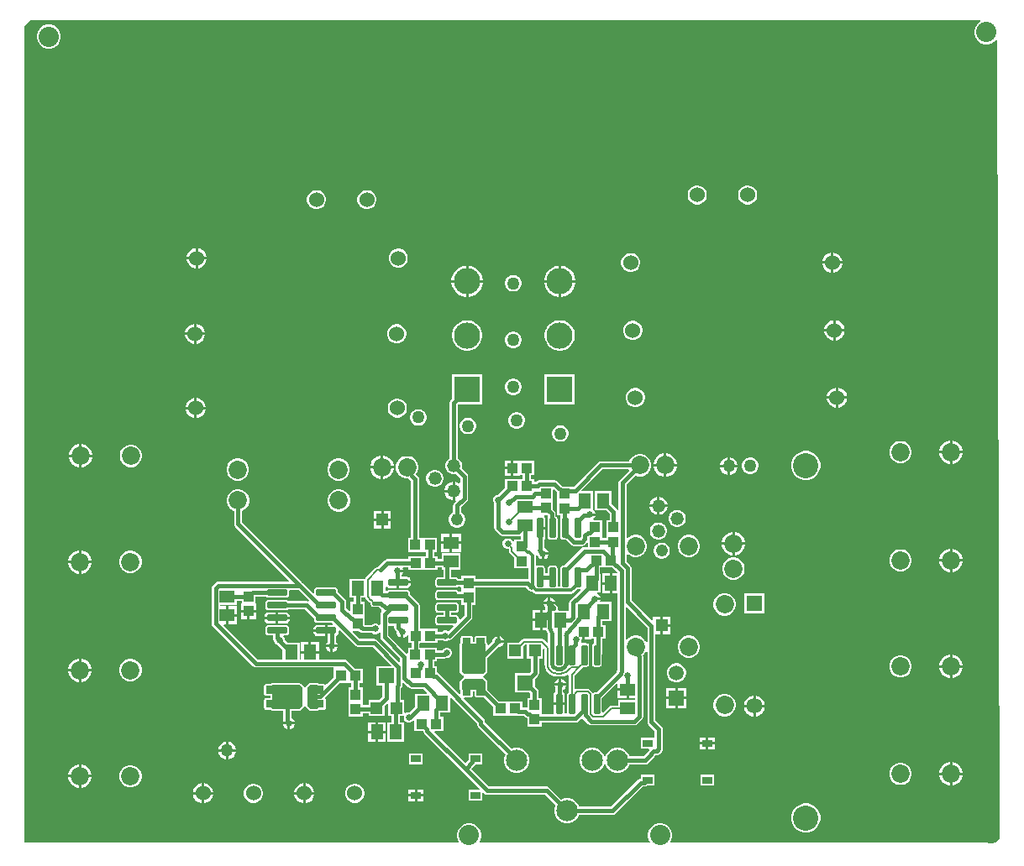
<source format=gtl>
G04*
G04 #@! TF.GenerationSoftware,Altium Limited,Altium Designer,24.0.1 (36)*
G04*
G04 Layer_Physical_Order=1*
G04 Layer_Color=255*
%FSLAX25Y25*%
%MOIN*%
G70*
G04*
G04 #@! TF.SameCoordinates,92507F75-474C-4227-9718-4D99FAF4D6AC*
G04*
G04*
G04 #@! TF.FilePolarity,Positive*
G04*
G01*
G75*
%ADD17R,0.03937X0.02756*%
%ADD18R,0.05118X0.05906*%
%ADD19R,0.04016X0.04095*%
%ADD20R,0.04095X0.04016*%
%ADD21R,0.04724X0.04724*%
%ADD22R,0.06299X0.05906*%
%ADD23R,0.05906X0.05118*%
G04:AMPARAMS|DCode=24|XSize=77.56mil|YSize=23.62mil|CornerRadius=2.95mil|HoleSize=0mil|Usage=FLASHONLY|Rotation=180.000|XOffset=0mil|YOffset=0mil|HoleType=Round|Shape=RoundedRectangle|*
%AMROUNDEDRECTD24*
21,1,0.07756,0.01772,0,0,180.0*
21,1,0.07165,0.02362,0,0,180.0*
1,1,0.00591,-0.03583,0.00886*
1,1,0.00591,0.03583,0.00886*
1,1,0.00591,0.03583,-0.00886*
1,1,0.00591,-0.03583,-0.00886*
%
%ADD24ROUNDEDRECTD24*%
G04:AMPARAMS|DCode=25|XSize=77.56mil|YSize=23.62mil|CornerRadius=2.95mil|HoleSize=0mil|Usage=FLASHONLY|Rotation=90.000|XOffset=0mil|YOffset=0mil|HoleType=Round|Shape=RoundedRectangle|*
%AMROUNDEDRECTD25*
21,1,0.07756,0.01772,0,0,90.0*
21,1,0.07165,0.02362,0,0,90.0*
1,1,0.00591,0.00886,0.03583*
1,1,0.00591,0.00886,-0.03583*
1,1,0.00591,-0.00886,-0.03583*
1,1,0.00591,-0.00886,0.03583*
%
%ADD25ROUNDEDRECTD25*%
%ADD42C,0.06000*%
%ADD52C,0.01575*%
%ADD53C,0.00630*%
%ADD54R,0.01968X0.01968*%
%ADD55R,0.01968X0.01968*%
%ADD56C,0.01181*%
%ADD57C,0.07284*%
%ADD58C,0.08000*%
%ADD59C,0.10394*%
%ADD60R,0.10394X0.10394*%
%ADD61C,0.04874*%
%ADD62R,0.04874X0.04874*%
%ADD63C,0.05200*%
%ADD64R,0.06260X0.06260*%
%ADD65C,0.06260*%
%ADD66C,0.05937*%
%ADD67R,0.05937X0.05937*%
%ADD68C,0.08465*%
%ADD69C,0.10000*%
%ADD70R,0.04874X0.04874*%
%ADD71C,0.05000*%
%ADD72C,0.02559*%
G36*
X383354Y330709D02*
X383488Y330209D01*
X382661Y329731D01*
X381769Y328839D01*
X381139Y327748D01*
X380813Y326530D01*
Y325270D01*
X381139Y324052D01*
X381769Y322960D01*
X382661Y322069D01*
X383752Y321439D01*
X384970Y321113D01*
X386230D01*
X387448Y321439D01*
X388540Y322069D01*
X389279Y322809D01*
X389780Y322603D01*
X391019Y6046D01*
X390893Y5712D01*
X390514Y5106D01*
X390025Y4585D01*
X389444Y4170D01*
X388793Y3877D01*
X388097Y3715D01*
X387384Y3693D01*
X386679Y3811D01*
X386345Y3937D01*
X260595D01*
X260306Y4437D01*
X260661Y5052D01*
X260987Y6270D01*
Y7530D01*
X260661Y8748D01*
X260031Y9839D01*
X259139Y10731D01*
X258048Y11361D01*
X256830Y11687D01*
X255570D01*
X254352Y11361D01*
X253260Y10731D01*
X252369Y9839D01*
X251739Y8748D01*
X251413Y7530D01*
Y6270D01*
X251739Y5052D01*
X252094Y4437D01*
X251805Y3937D01*
X184795D01*
X184506Y4437D01*
X184861Y5052D01*
X185187Y6270D01*
Y7530D01*
X184861Y8748D01*
X184231Y9839D01*
X183340Y10731D01*
X182248Y11361D01*
X181030Y11687D01*
X179770D01*
X178552Y11361D01*
X177461Y10731D01*
X176569Y9839D01*
X175939Y8748D01*
X175613Y7530D01*
Y6270D01*
X175939Y5052D01*
X176294Y4437D01*
X176005Y3937D01*
X3937D01*
Y326772D01*
Y327159D01*
X4088Y327920D01*
X4385Y328637D01*
X4816Y329281D01*
X5364Y329830D01*
X6009Y330260D01*
X6726Y330557D01*
X7486Y330709D01*
X7874Y330709D01*
X7874Y330709D01*
X383354Y330709D01*
D02*
G37*
%LPC*%
G36*
X14230Y328987D02*
X12970D01*
X11752Y328661D01*
X10661Y328031D01*
X9769Y327139D01*
X9139Y326048D01*
X8813Y324830D01*
Y323570D01*
X9139Y322352D01*
X9769Y321260D01*
X10661Y320369D01*
X11752Y319739D01*
X12970Y319413D01*
X14230D01*
X15448Y319739D01*
X16540Y320369D01*
X17431Y321260D01*
X18061Y322352D01*
X18387Y323570D01*
Y324830D01*
X18061Y326048D01*
X17431Y327139D01*
X16540Y328031D01*
X15448Y328661D01*
X14230Y328987D01*
D02*
G37*
G36*
X291399Y265087D02*
X290401D01*
X289438Y264829D01*
X288575Y264331D01*
X287869Y263626D01*
X287371Y262762D01*
X287113Y261799D01*
Y260801D01*
X287371Y259838D01*
X287869Y258975D01*
X288575Y258269D01*
X289438Y257771D01*
X290401Y257513D01*
X291399D01*
X292362Y257771D01*
X293226Y258269D01*
X293931Y258975D01*
X294429Y259838D01*
X294687Y260801D01*
Y261799D01*
X294429Y262762D01*
X293931Y263626D01*
X293226Y264331D01*
X292362Y264829D01*
X291399Y265087D01*
D02*
G37*
G36*
X271399D02*
X270401D01*
X269438Y264829D01*
X268575Y264331D01*
X267869Y263626D01*
X267371Y262762D01*
X267113Y261799D01*
Y260801D01*
X267371Y259838D01*
X267869Y258975D01*
X268575Y258269D01*
X269438Y257771D01*
X270401Y257513D01*
X271399D01*
X272362Y257771D01*
X273225Y258269D01*
X273931Y258975D01*
X274429Y259838D01*
X274687Y260801D01*
Y261799D01*
X274429Y262762D01*
X273931Y263626D01*
X273225Y264331D01*
X272362Y264829D01*
X271399Y265087D01*
D02*
G37*
G36*
X140299Y263187D02*
X139301D01*
X138338Y262929D01*
X137475Y262431D01*
X136769Y261725D01*
X136271Y260862D01*
X136013Y259899D01*
Y258901D01*
X136271Y257938D01*
X136769Y257074D01*
X137475Y256369D01*
X138338Y255871D01*
X139301Y255613D01*
X140299D01*
X141262Y255871D01*
X142125Y256369D01*
X142831Y257074D01*
X143329Y257938D01*
X143587Y258901D01*
Y259899D01*
X143329Y260862D01*
X142831Y261725D01*
X142125Y262431D01*
X141262Y262929D01*
X140299Y263187D01*
D02*
G37*
G36*
X120299D02*
X119301D01*
X118338Y262929D01*
X117474Y262431D01*
X116769Y261725D01*
X116271Y260862D01*
X116013Y259899D01*
Y258901D01*
X116271Y257938D01*
X116769Y257074D01*
X117474Y256369D01*
X118338Y255871D01*
X119301Y255613D01*
X120299D01*
X121262Y255871D01*
X122125Y256369D01*
X122831Y257074D01*
X123329Y257938D01*
X123587Y258901D01*
Y259899D01*
X123329Y260862D01*
X122831Y261725D01*
X122125Y262431D01*
X121262Y262929D01*
X120299Y263187D01*
D02*
G37*
G36*
X72827Y240200D02*
X72800D01*
Y236700D01*
X76300D01*
Y236727D01*
X76027Y237744D01*
X75501Y238656D01*
X74756Y239401D01*
X73844Y239927D01*
X72827Y240200D01*
D02*
G37*
G36*
X71800D02*
X71773D01*
X70756Y239927D01*
X69844Y239401D01*
X69099Y238656D01*
X68573Y237744D01*
X68300Y236727D01*
Y236700D01*
X71800D01*
Y240200D01*
D02*
G37*
G36*
X325027Y238400D02*
X325000D01*
Y234900D01*
X328500D01*
Y234927D01*
X328227Y235944D01*
X327701Y236856D01*
X326956Y237601D01*
X326044Y238127D01*
X325027Y238400D01*
D02*
G37*
G36*
X324000D02*
X323973D01*
X322956Y238127D01*
X322044Y237601D01*
X321299Y236856D01*
X320773Y235944D01*
X320500Y234927D01*
Y234900D01*
X324000D01*
Y238400D01*
D02*
G37*
G36*
X152799Y239987D02*
X151801D01*
X150838Y239729D01*
X149975Y239231D01*
X149269Y238526D01*
X148771Y237662D01*
X148513Y236699D01*
Y235701D01*
X148771Y234738D01*
X149269Y233875D01*
X149975Y233169D01*
X150838Y232671D01*
X151801Y232413D01*
X152799D01*
X153762Y232671D01*
X154625Y233169D01*
X155331Y233875D01*
X155829Y234738D01*
X156087Y235701D01*
Y236699D01*
X155829Y237662D01*
X155331Y238526D01*
X154625Y239231D01*
X153762Y239729D01*
X152799Y239987D01*
D02*
G37*
G36*
X76300Y235700D02*
X72800D01*
Y232200D01*
X72827D01*
X73844Y232473D01*
X74756Y232999D01*
X75501Y233744D01*
X76027Y234656D01*
X76300Y235673D01*
Y235700D01*
D02*
G37*
G36*
X71800D02*
X68300D01*
Y235673D01*
X68573Y234656D01*
X69099Y233744D01*
X69844Y232999D01*
X70756Y232473D01*
X71773Y232200D01*
X71800D01*
Y235700D01*
D02*
G37*
G36*
X244999Y238187D02*
X244001D01*
X243038Y237929D01*
X242175Y237431D01*
X241469Y236725D01*
X240971Y235862D01*
X240713Y234899D01*
Y233901D01*
X240971Y232938D01*
X241469Y232074D01*
X242175Y231369D01*
X243038Y230871D01*
X244001Y230613D01*
X244999D01*
X245962Y230871D01*
X246826Y231369D01*
X247531Y232074D01*
X248029Y232938D01*
X248287Y233901D01*
Y234899D01*
X248029Y235862D01*
X247531Y236725D01*
X246826Y237431D01*
X245962Y237929D01*
X244999Y238187D01*
D02*
G37*
G36*
X328500Y233900D02*
X325000D01*
Y230400D01*
X325027D01*
X326044Y230673D01*
X326956Y231199D01*
X327701Y231944D01*
X328227Y232856D01*
X328500Y233873D01*
Y233900D01*
D02*
G37*
G36*
X324000D02*
X320500D01*
Y233873D01*
X320773Y232856D01*
X321299Y231944D01*
X322044Y231199D01*
X322956Y230673D01*
X323973Y230400D01*
X324000D01*
Y233900D01*
D02*
G37*
G36*
X217010Y233154D02*
X216900D01*
Y227457D01*
X222597D01*
Y227567D01*
X222359Y228764D01*
X221892Y229892D01*
X221213Y230907D01*
X220350Y231770D01*
X219335Y232448D01*
X218208Y232915D01*
X217010Y233154D01*
D02*
G37*
G36*
X180210D02*
X180100D01*
Y227457D01*
X185797D01*
Y227567D01*
X185559Y228764D01*
X185092Y229892D01*
X184413Y230907D01*
X183550Y231770D01*
X182535Y232448D01*
X181407Y232915D01*
X180210Y233154D01*
D02*
G37*
G36*
X215900D02*
X215790D01*
X214593Y232915D01*
X213465Y232448D01*
X212450Y231770D01*
X211587Y230907D01*
X210908Y229892D01*
X210441Y228764D01*
X210203Y227567D01*
Y227457D01*
X215900D01*
Y233154D01*
D02*
G37*
G36*
X179100D02*
X178990D01*
X177793Y232915D01*
X176665Y232448D01*
X175650Y231770D01*
X174787Y230907D01*
X174108Y229892D01*
X173641Y228764D01*
X173403Y227567D01*
Y227457D01*
X179100D01*
Y233154D01*
D02*
G37*
G36*
X198333Y229487D02*
X197467D01*
X196631Y229263D01*
X195881Y228831D01*
X195269Y228219D01*
X194837Y227469D01*
X194613Y226633D01*
Y225767D01*
X194837Y224931D01*
X195269Y224182D01*
X195881Y223569D01*
X196631Y223137D01*
X197467Y222913D01*
X198333D01*
X199169Y223137D01*
X199918Y223569D01*
X200531Y224182D01*
X200963Y224931D01*
X201187Y225767D01*
Y226633D01*
X200963Y227469D01*
X200531Y228219D01*
X199918Y228831D01*
X199169Y229263D01*
X198333Y229487D01*
D02*
G37*
G36*
X222597Y226457D02*
X216900D01*
Y220760D01*
X217010D01*
X218208Y220998D01*
X219335Y221465D01*
X220350Y222143D01*
X221213Y223006D01*
X221892Y224021D01*
X222359Y225149D01*
X222597Y226346D01*
Y226457D01*
D02*
G37*
G36*
X215900D02*
X210203D01*
Y226346D01*
X210441Y225149D01*
X210908Y224021D01*
X211587Y223006D01*
X212450Y222143D01*
X213465Y221465D01*
X214593Y220998D01*
X215790Y220760D01*
X215900D01*
Y226457D01*
D02*
G37*
G36*
X185797D02*
X180100D01*
Y220760D01*
X180210D01*
X181407Y220998D01*
X182535Y221465D01*
X183550Y222143D01*
X184413Y223006D01*
X185092Y224021D01*
X185559Y225149D01*
X185797Y226346D01*
Y226457D01*
D02*
G37*
G36*
X179100D02*
X173403D01*
Y226346D01*
X173641Y225149D01*
X174108Y224021D01*
X174787Y223006D01*
X175650Y222143D01*
X176665Y221465D01*
X177793Y220998D01*
X178990Y220760D01*
X179100D01*
Y226457D01*
D02*
G37*
G36*
X325927Y211500D02*
X325900D01*
Y208000D01*
X329400D01*
Y208027D01*
X329127Y209044D01*
X328601Y209956D01*
X327856Y210701D01*
X326944Y211227D01*
X325927Y211500D01*
D02*
G37*
G36*
X324900D02*
X324873D01*
X323856Y211227D01*
X322944Y210701D01*
X322199Y209956D01*
X321673Y209044D01*
X321400Y208027D01*
Y208000D01*
X324900D01*
Y211500D01*
D02*
G37*
G36*
X72190Y210137D02*
X72163D01*
Y206637D01*
X75663D01*
Y206664D01*
X75390Y207681D01*
X74864Y208593D01*
X74119Y209338D01*
X73207Y209864D01*
X72190Y210137D01*
D02*
G37*
G36*
X71163D02*
X71136D01*
X70119Y209864D01*
X69207Y209338D01*
X68462Y208593D01*
X67936Y207681D01*
X67663Y206664D01*
Y206637D01*
X71163D01*
Y210137D01*
D02*
G37*
G36*
X245899Y211287D02*
X244901D01*
X243938Y211029D01*
X243074Y210531D01*
X242369Y209825D01*
X241871Y208962D01*
X241613Y207999D01*
Y207001D01*
X241871Y206038D01*
X242369Y205174D01*
X243074Y204469D01*
X243938Y203971D01*
X244901Y203713D01*
X245899D01*
X246862Y203971D01*
X247726Y204469D01*
X248431Y205174D01*
X248929Y206038D01*
X249187Y207001D01*
Y207999D01*
X248929Y208962D01*
X248431Y209825D01*
X247726Y210531D01*
X246862Y211029D01*
X245899Y211287D01*
D02*
G37*
G36*
X329400Y207000D02*
X325900D01*
Y203500D01*
X325927D01*
X326944Y203773D01*
X327856Y204299D01*
X328601Y205044D01*
X329127Y205956D01*
X329400Y206973D01*
Y207000D01*
D02*
G37*
G36*
X324900D02*
X321400D01*
Y206973D01*
X321673Y205956D01*
X322199Y205044D01*
X322944Y204299D01*
X323856Y203773D01*
X324873Y203500D01*
X324900D01*
Y207000D01*
D02*
G37*
G36*
X152162Y209924D02*
X151164D01*
X150201Y209666D01*
X149337Y209168D01*
X148632Y208463D01*
X148134Y207599D01*
X147876Y206636D01*
Y205638D01*
X148134Y204675D01*
X148632Y203812D01*
X149337Y203106D01*
X150201Y202608D01*
X151164Y202350D01*
X152162D01*
X153125Y202608D01*
X153989Y203106D01*
X154694Y203812D01*
X155192Y204675D01*
X155450Y205638D01*
Y206636D01*
X155192Y207599D01*
X154694Y208463D01*
X153989Y209168D01*
X153125Y209666D01*
X152162Y209924D01*
D02*
G37*
G36*
X75663Y205637D02*
X72163D01*
Y202137D01*
X72190D01*
X73207Y202410D01*
X74119Y202936D01*
X74864Y203681D01*
X75390Y204593D01*
X75663Y205610D01*
Y205637D01*
D02*
G37*
G36*
X71163D02*
X67663D01*
Y205610D01*
X67936Y204593D01*
X68462Y203681D01*
X69207Y202936D01*
X70119Y202410D01*
X71136Y202137D01*
X71163D01*
Y205637D01*
D02*
G37*
G36*
X198333Y206987D02*
X197467D01*
X196631Y206763D01*
X195881Y206331D01*
X195269Y205718D01*
X194837Y204969D01*
X194613Y204133D01*
Y203267D01*
X194837Y202431D01*
X195269Y201681D01*
X195881Y201069D01*
X196631Y200637D01*
X197467Y200413D01*
X198333D01*
X199169Y200637D01*
X199918Y201069D01*
X200531Y201681D01*
X200963Y202431D01*
X201187Y203267D01*
Y204133D01*
X200963Y204969D01*
X200531Y205718D01*
X199918Y206331D01*
X199169Y206763D01*
X198333Y206987D01*
D02*
G37*
G36*
X216989Y211484D02*
X215811D01*
X214654Y211254D01*
X213565Y210803D01*
X212585Y210148D01*
X211752Y209315D01*
X211097Y208335D01*
X210646Y207245D01*
X210416Y206089D01*
Y204911D01*
X210646Y203754D01*
X211097Y202665D01*
X211752Y201685D01*
X212585Y200852D01*
X213565Y200197D01*
X214654Y199746D01*
X215811Y199516D01*
X216989D01*
X218145Y199746D01*
X219235Y200197D01*
X220215Y200852D01*
X221048Y201685D01*
X221703Y202665D01*
X222154Y203754D01*
X222384Y204911D01*
Y206089D01*
X222154Y207245D01*
X221703Y208335D01*
X221048Y209315D01*
X220215Y210148D01*
X219235Y210803D01*
X218145Y211254D01*
X216989Y211484D01*
D02*
G37*
G36*
X180189D02*
X179011D01*
X177855Y211254D01*
X176765Y210803D01*
X175785Y210148D01*
X174952Y209315D01*
X174297Y208335D01*
X173846Y207245D01*
X173616Y206089D01*
Y204911D01*
X173846Y203754D01*
X174297Y202665D01*
X174952Y201685D01*
X175785Y200852D01*
X176765Y200197D01*
X177855Y199746D01*
X179011Y199516D01*
X180189D01*
X181345Y199746D01*
X182435Y200197D01*
X183415Y200852D01*
X184248Y201685D01*
X184903Y202665D01*
X185354Y203754D01*
X185584Y204911D01*
Y206089D01*
X185354Y207245D01*
X184903Y208335D01*
X184248Y209315D01*
X183415Y210148D01*
X182435Y210803D01*
X181345Y211254D01*
X180189Y211484D01*
D02*
G37*
G36*
X198333Y188287D02*
X197467D01*
X196631Y188063D01*
X195881Y187631D01*
X195269Y187019D01*
X194837Y186269D01*
X194613Y185433D01*
Y184567D01*
X194837Y183731D01*
X195269Y182982D01*
X195881Y182369D01*
X196631Y181937D01*
X197467Y181713D01*
X198333D01*
X199169Y181937D01*
X199918Y182369D01*
X200531Y182982D01*
X200963Y183731D01*
X201187Y184567D01*
Y185433D01*
X200963Y186269D01*
X200531Y187019D01*
X199918Y187631D01*
X199169Y188063D01*
X198333Y188287D01*
D02*
G37*
G36*
X326927Y184800D02*
X326900D01*
Y181300D01*
X330400D01*
Y181327D01*
X330127Y182344D01*
X329601Y183256D01*
X328856Y184001D01*
X327944Y184527D01*
X326927Y184800D01*
D02*
G37*
G36*
X325900D02*
X325873D01*
X324856Y184527D01*
X323944Y184001D01*
X323199Y183256D01*
X322673Y182344D01*
X322400Y181327D01*
Y181300D01*
X325900D01*
Y184800D01*
D02*
G37*
G36*
X222384Y190028D02*
X210416D01*
Y178059D01*
X222384D01*
Y190028D01*
D02*
G37*
G36*
X72427Y180600D02*
X72400D01*
Y177100D01*
X75900D01*
Y177127D01*
X75627Y178144D01*
X75101Y179056D01*
X74356Y179801D01*
X73444Y180327D01*
X72427Y180600D01*
D02*
G37*
G36*
X71400D02*
X71373D01*
X70356Y180327D01*
X69444Y179801D01*
X68699Y179056D01*
X68173Y178144D01*
X67900Y177127D01*
Y177100D01*
X71400D01*
Y180600D01*
D02*
G37*
G36*
X246899Y184587D02*
X245901D01*
X244938Y184329D01*
X244075Y183831D01*
X243369Y183125D01*
X242871Y182262D01*
X242613Y181299D01*
Y180301D01*
X242871Y179338D01*
X243369Y178474D01*
X244075Y177769D01*
X244938Y177271D01*
X245901Y177013D01*
X246899D01*
X247862Y177271D01*
X248726Y177769D01*
X249431Y178474D01*
X249929Y179338D01*
X250187Y180301D01*
Y181299D01*
X249929Y182262D01*
X249431Y183125D01*
X248726Y183831D01*
X247862Y184329D01*
X246899Y184587D01*
D02*
G37*
G36*
X330400Y180300D02*
X326900D01*
Y176800D01*
X326927D01*
X327944Y177073D01*
X328856Y177599D01*
X329601Y178344D01*
X330127Y179256D01*
X330400Y180273D01*
Y180300D01*
D02*
G37*
G36*
X325900D02*
X322400D01*
Y180273D01*
X322673Y179256D01*
X323199Y178344D01*
X323944Y177599D01*
X324856Y177073D01*
X325873Y176800D01*
X325900D01*
Y180300D01*
D02*
G37*
G36*
X152399Y180387D02*
X151401D01*
X150438Y180129D01*
X149574Y179631D01*
X148869Y178926D01*
X148371Y178062D01*
X148113Y177099D01*
Y176101D01*
X148371Y175138D01*
X148869Y174275D01*
X149574Y173569D01*
X150438Y173071D01*
X151401Y172813D01*
X152399D01*
X153362Y173071D01*
X154226Y173569D01*
X154931Y174275D01*
X155429Y175138D01*
X155687Y176101D01*
Y177099D01*
X155429Y178062D01*
X154931Y178926D01*
X154226Y179631D01*
X153362Y180129D01*
X152399Y180387D01*
D02*
G37*
G36*
X75900Y176100D02*
X72400D01*
Y172600D01*
X72427D01*
X73444Y172873D01*
X74356Y173399D01*
X75101Y174144D01*
X75627Y175056D01*
X75900Y176073D01*
Y176100D01*
D02*
G37*
G36*
X71400D02*
X67900D01*
Y176073D01*
X68173Y175056D01*
X68699Y174144D01*
X69444Y173399D01*
X70356Y172873D01*
X71373Y172600D01*
X71400D01*
Y176100D01*
D02*
G37*
G36*
X160639Y176182D02*
X159773D01*
X158937Y175958D01*
X158187Y175525D01*
X157575Y174913D01*
X157142Y174163D01*
X156918Y173327D01*
Y172461D01*
X157142Y171625D01*
X157575Y170876D01*
X158187Y170264D01*
X158937Y169831D01*
X159773Y169607D01*
X160639D01*
X161475Y169831D01*
X162224Y170264D01*
X162836Y170876D01*
X163269Y171625D01*
X163493Y172461D01*
Y173327D01*
X163269Y174163D01*
X162836Y174913D01*
X162224Y175525D01*
X161475Y175958D01*
X160639Y176182D01*
D02*
G37*
G36*
X199733Y175087D02*
X198867D01*
X198031Y174863D01*
X197282Y174431D01*
X196669Y173819D01*
X196237Y173069D01*
X196013Y172233D01*
Y171367D01*
X196237Y170531D01*
X196669Y169781D01*
X197282Y169169D01*
X198031Y168737D01*
X198867Y168513D01*
X199733D01*
X200569Y168737D01*
X201319Y169169D01*
X201931Y169781D01*
X202363Y170531D01*
X202587Y171367D01*
Y172233D01*
X202363Y173069D01*
X201931Y173819D01*
X201319Y174431D01*
X200569Y174863D01*
X199733Y175087D01*
D02*
G37*
G36*
X180433Y172787D02*
X179567D01*
X178731Y172563D01*
X177981Y172131D01*
X177369Y171519D01*
X176937Y170769D01*
X176713Y169933D01*
Y169067D01*
X176937Y168231D01*
X177369Y167482D01*
X177981Y166869D01*
X178731Y166437D01*
X179567Y166213D01*
X180433D01*
X181269Y166437D01*
X182018Y166869D01*
X182631Y167482D01*
X183063Y168231D01*
X183287Y169067D01*
Y169933D01*
X183063Y170769D01*
X182631Y171519D01*
X182018Y172131D01*
X181269Y172563D01*
X180433Y172787D01*
D02*
G37*
G36*
X217033Y169787D02*
X216167D01*
X215331Y169563D01*
X214581Y169131D01*
X213969Y168518D01*
X213537Y167769D01*
X213313Y166933D01*
Y166067D01*
X213537Y165231D01*
X213969Y164481D01*
X214581Y163869D01*
X215331Y163437D01*
X216167Y163213D01*
X217033D01*
X217869Y163437D01*
X218618Y163869D01*
X219231Y164481D01*
X219663Y165231D01*
X219887Y166067D01*
Y166933D01*
X219663Y167769D01*
X219231Y168518D01*
X218618Y169131D01*
X217869Y169563D01*
X217033Y169787D01*
D02*
G37*
G36*
X372211Y163742D02*
X372100D01*
Y159600D01*
X376242D01*
Y159711D01*
X375925Y160892D01*
X375314Y161950D01*
X374450Y162814D01*
X373392Y163425D01*
X372211Y163742D01*
D02*
G37*
G36*
X371100D02*
X370989D01*
X369808Y163425D01*
X368750Y162814D01*
X367886Y161950D01*
X367275Y160892D01*
X366958Y159711D01*
Y159600D01*
X371100D01*
Y163742D01*
D02*
G37*
G36*
X26811Y162242D02*
X26700D01*
Y158100D01*
X30842D01*
Y158211D01*
X30525Y159392D01*
X29914Y160450D01*
X29050Y161314D01*
X27992Y161925D01*
X26811Y162242D01*
D02*
G37*
G36*
X25700D02*
X25589D01*
X24408Y161925D01*
X23350Y161314D01*
X22486Y160450D01*
X21875Y159392D01*
X21558Y158211D01*
Y158100D01*
X25700D01*
Y162242D01*
D02*
G37*
G36*
X248783Y158329D02*
X247617D01*
X246490Y158027D01*
X245480Y157444D01*
X244656Y156620D01*
X244073Y155610D01*
X244045Y155506D01*
X232621D01*
X232621Y155506D01*
X232007Y155383D01*
X231486Y155035D01*
X231486Y155035D01*
X221805Y145355D01*
X220895D01*
Y145422D01*
X217576D01*
X215553Y147445D01*
X215032Y147793D01*
X214417Y147915D01*
X214417Y147915D01*
X208140D01*
X207525Y147793D01*
X207004Y147445D01*
X207004Y147445D01*
X206765Y147206D01*
X206128D01*
Y148395D01*
X204899D01*
Y150005D01*
X206128D01*
Y155595D01*
X200553D01*
Y155808D01*
X198006D01*
Y152800D01*
Y149792D01*
X200553D01*
Y150005D01*
X201688D01*
Y148395D01*
X200459D01*
Y148395D01*
X200341D01*
Y148395D01*
X194672D01*
Y145076D01*
X191796Y142200D01*
X191589D01*
X190829Y141885D01*
X190248Y141304D01*
X189933Y140544D01*
Y139722D01*
X190248Y138962D01*
X190394Y138816D01*
Y129000D01*
X190394Y129000D01*
X190517Y128385D01*
X190865Y127865D01*
X192465Y126265D01*
X192465Y126265D01*
X192985Y125917D01*
X193600Y125794D01*
X199787D01*
X199787Y125794D01*
X200401Y125917D01*
X200494Y125979D01*
X200994Y125712D01*
Y124440D01*
X198405D01*
Y122733D01*
X197905Y122515D01*
X197867Y122549D01*
Y123211D01*
X197552Y123971D01*
X196971Y124552D01*
X196211Y124867D01*
X195389D01*
X194629Y124552D01*
X194048Y123971D01*
X193733Y123211D01*
Y122389D01*
X194048Y121629D01*
X194629Y121048D01*
X195389Y120733D01*
X196021D01*
X196121Y120633D01*
Y119813D01*
X196206Y119383D01*
X196450Y119018D01*
X198405Y117063D01*
Y112984D01*
X203995D01*
X204055Y112508D01*
Y108996D01*
X203669Y108678D01*
X203564Y108699D01*
X203564Y108699D01*
X182895D01*
Y109928D01*
X177305D01*
Y108853D01*
X176206D01*
X176063Y109066D01*
X175705Y109306D01*
X175283Y109390D01*
X173306D01*
Y112213D01*
X176940D01*
Y118906D01*
X169460D01*
Y116606D01*
X167835D01*
Y117795D01*
X166502D01*
Y119505D01*
X167628D01*
Y125095D01*
X162341D01*
X161959Y125095D01*
X161459Y125095D01*
X160612D01*
Y148349D01*
X160490Y148963D01*
X160142Y149484D01*
X160142Y149484D01*
X159295Y150331D01*
X159344Y150380D01*
X159927Y151390D01*
X160229Y152517D01*
Y153683D01*
X159927Y154810D01*
X159344Y155820D01*
X158520Y156644D01*
X157510Y157227D01*
X156383Y157529D01*
X155217D01*
X154090Y157227D01*
X153080Y156644D01*
X152256Y155820D01*
X151673Y154810D01*
X151371Y153683D01*
Y152517D01*
X151673Y151390D01*
X152256Y150380D01*
X153080Y149556D01*
X154090Y148973D01*
X155217Y148671D01*
X156383D01*
X156407Y148677D01*
X157401Y147684D01*
Y125095D01*
X156172D01*
Y119505D01*
X161459D01*
X161841Y119505D01*
X162341Y119505D01*
X163291D01*
Y118149D01*
X162938Y117795D01*
X162165Y117795D01*
X161665Y117795D01*
X156378D01*
Y116606D01*
X147896D01*
X147896Y116606D01*
X147281Y116483D01*
X146760Y116135D01*
X146760Y116135D01*
X144039Y113414D01*
X144028Y113399D01*
X143618Y113317D01*
X143253Y113073D01*
X139384Y109204D01*
X139140Y108839D01*
X139121Y108740D01*
X133013D01*
Y101260D01*
X134494D01*
Y99628D01*
X133305D01*
Y96231D01*
X132843Y96039D01*
X131695Y97187D01*
Y99556D01*
X131573Y100171D01*
X131225Y100691D01*
X131225Y100691D01*
X128335Y103581D01*
Y104186D01*
X128251Y104608D01*
X128012Y104966D01*
X127654Y105206D01*
X127232Y105290D01*
X120066D01*
X119644Y105206D01*
X119286Y104966D01*
X119046Y104608D01*
X118962Y104186D01*
Y103214D01*
X118500Y103022D01*
X114331Y107191D01*
X90306Y131217D01*
Y135745D01*
X90410Y135773D01*
X91420Y136356D01*
X92244Y137180D01*
X92827Y138190D01*
X93129Y139317D01*
Y140483D01*
X92827Y141610D01*
X92244Y142620D01*
X91420Y143444D01*
X90410Y144027D01*
X89283Y144329D01*
X88117D01*
X86990Y144027D01*
X85980Y143444D01*
X85156Y142620D01*
X84573Y141610D01*
X84271Y140483D01*
Y139317D01*
X84573Y138190D01*
X85156Y137180D01*
X85980Y136356D01*
X86990Y135773D01*
X87094Y135745D01*
Y130552D01*
X87094Y130552D01*
X87217Y129938D01*
X87565Y129417D01*
X108858Y108124D01*
X108666Y107662D01*
X80877D01*
X80877Y107662D01*
X80262Y107539D01*
X79741Y107191D01*
X79741Y107191D01*
X78737Y106187D01*
X78389Y105666D01*
X78267Y105052D01*
X78267Y105052D01*
Y91149D01*
X78267Y91149D01*
X78389Y90534D01*
X78737Y90013D01*
X94713Y74037D01*
X94713Y74037D01*
X95234Y73689D01*
X95849Y73567D01*
X126592D01*
X126672Y73100D01*
X126672D01*
Y69780D01*
X123808Y66916D01*
X123285Y66798D01*
X123024Y66972D01*
X122717Y67033D01*
X120941D01*
X120738Y67219D01*
X120620Y67290D01*
X120505Y67366D01*
X120486Y67370D01*
X120469Y67380D01*
X120333Y67400D01*
X120198Y67427D01*
X117363D01*
X117056Y67366D01*
X116795Y67192D01*
X115654Y66050D01*
X115499Y65818D01*
X115277Y65790D01*
X115197D01*
X114975Y65818D01*
X114821Y66050D01*
X113679Y67192D01*
X113679Y67192D01*
X113418Y67366D01*
X113111Y67427D01*
X102402D01*
X102267Y67400D01*
X102131Y67380D01*
X102114Y67370D01*
X102095Y67366D01*
X101980Y67290D01*
X101862Y67219D01*
X101659Y67033D01*
X99883D01*
X99576Y66972D01*
X99315Y66798D01*
X99141Y66538D01*
X99080Y66231D01*
Y63081D01*
X99141Y62774D01*
X99315Y62513D01*
X99576Y62339D01*
X99883Y62278D01*
X101442D01*
Y61522D01*
X99883D01*
X99576Y61461D01*
X99315Y61287D01*
X99141Y61026D01*
X99080Y60719D01*
Y57569D01*
X99141Y57262D01*
X99315Y57002D01*
X99576Y56828D01*
X99883Y56766D01*
X101659D01*
X101862Y56581D01*
X101980Y56511D01*
X102095Y56434D01*
X102114Y56430D01*
X102131Y56420D01*
X102267Y56400D01*
X102402Y56373D01*
X106643D01*
Y52318D01*
X106643Y52318D01*
X106698Y52041D01*
X106640Y51900D01*
X111160D01*
X110833Y52691D01*
X110191Y53333D01*
X109854Y53472D01*
Y56373D01*
X113111D01*
X113111Y56373D01*
X113418Y56434D01*
X113679Y56608D01*
X113679Y56608D01*
X114820Y57750D01*
X114821Y57750D01*
X114975Y57982D01*
X115197Y58010D01*
X115277D01*
X115499Y57982D01*
X115654Y57750D01*
X116795Y56608D01*
X117056Y56434D01*
X117363Y56373D01*
X120198D01*
X120333Y56400D01*
X120469Y56420D01*
X120486Y56430D01*
X120505Y56434D01*
X120619Y56511D01*
X120738Y56581D01*
X120941Y56766D01*
X122717D01*
X123024Y56828D01*
X123285Y57002D01*
X123459Y57262D01*
X123520Y57569D01*
Y60719D01*
X123459Y61026D01*
X123285Y61287D01*
X123330Y61858D01*
X125809Y64337D01*
X125810Y64337D01*
X125889Y64456D01*
X128942Y67509D01*
X132341D01*
X132341Y67509D01*
X132459D01*
Y67509D01*
X132841Y67509D01*
X133741D01*
Y65633D01*
X132605D01*
Y59964D01*
X132605D01*
Y59846D01*
X132605D01*
Y54176D01*
X138195D01*
Y55405D01*
X140513D01*
Y54260D01*
X146813D01*
Y58288D01*
X147925Y59401D01*
X148387Y59210D01*
Y54260D01*
X149734D01*
Y51645D01*
X147994D01*
Y44164D01*
X154687D01*
Y51645D01*
X152946D01*
Y54260D01*
X154401D01*
X154433Y54211D01*
Y53389D01*
X154748Y52629D01*
X155329Y52048D01*
X156089Y51733D01*
X156911D01*
X157671Y52048D01*
X158235Y52612D01*
X158328Y52607D01*
X158735Y52487D01*
Y48351D01*
X162133D01*
X162162Y48322D01*
X162251Y47871D01*
X162599Y47350D01*
X177789Y32161D01*
X184606Y25344D01*
X184415Y24882D01*
X180155D01*
Y20551D01*
X185667D01*
Y23630D01*
X186129Y23821D01*
X186413Y23537D01*
X186413Y23537D01*
X186934Y23189D01*
X187548Y23067D01*
X210562D01*
X214794Y18835D01*
X214622Y18538D01*
X214280Y17261D01*
Y15939D01*
X214622Y14662D01*
X215283Y13518D01*
X216218Y12583D01*
X217362Y11922D01*
X218639Y11580D01*
X219961D01*
X221237Y11922D01*
X222382Y12583D01*
X223317Y13518D01*
X223978Y14662D01*
X224066Y14994D01*
X237367D01*
X237367Y14994D01*
X237981Y15117D01*
X238502Y15465D01*
X249274Y26236D01*
X249987D01*
X250601Y26358D01*
X251039Y26651D01*
X254045D01*
Y30982D01*
X248533D01*
Y29432D01*
X247994Y29325D01*
X247473Y28977D01*
X247473Y28977D01*
X236702Y18206D01*
X224066D01*
X223978Y18538D01*
X223317Y19682D01*
X222382Y20617D01*
X221237Y21278D01*
X219961Y21620D01*
X218639D01*
X217362Y21278D01*
X217065Y21106D01*
X212363Y25808D01*
X211842Y26156D01*
X211228Y26278D01*
X211227Y26278D01*
X188213D01*
X181195Y33296D01*
X182865Y34967D01*
X182865Y34967D01*
X182966Y35118D01*
X185667D01*
Y39449D01*
X180155D01*
Y36848D01*
X180143Y36786D01*
X178924Y35567D01*
X166602Y47889D01*
X166794Y48351D01*
X170191D01*
Y53941D01*
X168962D01*
Y55664D01*
X173047D01*
Y61268D01*
X173508Y61460D01*
X183433Y51535D01*
Y51161D01*
X183433Y51161D01*
X183556Y50546D01*
X183904Y50026D01*
X194904Y39025D01*
X194622Y38537D01*
X194280Y37261D01*
Y35939D01*
X194622Y34663D01*
X195283Y33518D01*
X196218Y32583D01*
X197362Y31922D01*
X198639Y31580D01*
X199961D01*
X201238Y31922D01*
X202382Y32583D01*
X203317Y33518D01*
X203978Y34663D01*
X204320Y35939D01*
Y37261D01*
X203978Y38537D01*
X203317Y39682D01*
X202382Y40617D01*
X201238Y41278D01*
X199961Y41620D01*
X198639D01*
X197362Y41278D01*
X197255Y41216D01*
X186645Y51826D01*
Y52200D01*
X186645Y52200D01*
X186522Y52814D01*
X186174Y53335D01*
X186174Y53335D01*
X178342Y61168D01*
X178549Y61668D01*
X181019D01*
X181326Y61729D01*
X181587Y61903D01*
X181761Y62164D01*
X181822Y62471D01*
Y64030D01*
X182578D01*
Y62471D01*
X182639Y62164D01*
X182813Y61903D01*
X183074Y61729D01*
X183381Y61668D01*
X186228D01*
X190072Y57824D01*
Y54505D01*
X195359D01*
X195741Y54505D01*
X196241Y54505D01*
X199759D01*
X199914Y54474D01*
X199914Y54474D01*
X201967D01*
X202504Y53936D01*
X202504Y53936D01*
X203025Y53588D01*
X203476Y53499D01*
X203505Y53470D01*
Y50072D01*
X209095D01*
Y51694D01*
X222625D01*
X222625Y51694D01*
X223240Y51817D01*
X223761Y52165D01*
X225051Y53455D01*
X225352Y53425D01*
X227711Y51066D01*
X227711Y51066D01*
X228232Y50718D01*
X228846Y50596D01*
X228846Y50596D01*
X245921D01*
X245921Y50596D01*
X246535Y50718D01*
X247056Y51066D01*
X248963Y52973D01*
X248963Y52973D01*
X249311Y53494D01*
X249433Y54108D01*
Y78023D01*
X249433Y78023D01*
X249359Y78395D01*
X250044Y79080D01*
X250357Y79623D01*
X251021Y79773D01*
X251094Y79722D01*
Y51962D01*
X251094Y51962D01*
X251217Y51347D01*
X251565Y50826D01*
X254090Y48301D01*
Y46030D01*
X254045Y45549D01*
X248533D01*
Y41218D01*
X251611D01*
X251803Y40756D01*
X251565Y40518D01*
X251217Y39997D01*
X251203Y39928D01*
X249480Y38206D01*
X244067D01*
X243978Y38537D01*
X243317Y39682D01*
X242382Y40617D01*
X241237Y41278D01*
X239961Y41620D01*
X238639D01*
X237363Y41278D01*
X236218Y40617D01*
X235283Y39682D01*
X234622Y38537D01*
X234550Y38267D01*
X234050D01*
X233978Y38537D01*
X233317Y39682D01*
X232382Y40617D01*
X231238Y41278D01*
X229961Y41620D01*
X228639D01*
X227362Y41278D01*
X226218Y40617D01*
X225283Y39682D01*
X224622Y38537D01*
X224280Y37261D01*
Y35939D01*
X224622Y34663D01*
X225283Y33518D01*
X226218Y32583D01*
X227362Y31922D01*
X228639Y31580D01*
X229961D01*
X231238Y31922D01*
X232382Y32583D01*
X233317Y33518D01*
X233978Y34663D01*
X234050Y34933D01*
X234550D01*
X234622Y34663D01*
X235283Y33518D01*
X236218Y32583D01*
X237363Y31922D01*
X238639Y31580D01*
X239961D01*
X241237Y31922D01*
X242382Y32583D01*
X243317Y33518D01*
X243978Y34663D01*
X244067Y34994D01*
X250145D01*
X250145Y34994D01*
X250760Y35117D01*
X251281Y35465D01*
X253835Y38019D01*
X254183Y38540D01*
X254197Y38609D01*
X254288Y38699D01*
X254773D01*
X254773Y38699D01*
X255387Y38822D01*
X255908Y39170D01*
X256831Y40092D01*
X256831Y40092D01*
X257179Y40613D01*
X257301Y41228D01*
Y48967D01*
X257179Y49581D01*
X256831Y50102D01*
X256831Y50102D01*
X254306Y52627D01*
Y86826D01*
X256300D01*
Y90263D01*
Y93700D01*
X253363D01*
Y92365D01*
X252901Y92174D01*
X244842Y100233D01*
Y112944D01*
X244842Y112944D01*
X244720Y113558D01*
X244372Y114079D01*
X244372Y114079D01*
X242889Y115562D01*
Y118440D01*
X243389Y118647D01*
X243780Y118256D01*
X244790Y117673D01*
X245917Y117371D01*
X247083D01*
X248210Y117673D01*
X249219Y118256D01*
X250044Y119080D01*
X250627Y120090D01*
X250929Y121217D01*
Y122383D01*
X250627Y123510D01*
X250044Y124520D01*
X249219Y125344D01*
X248210Y125927D01*
X247083Y126229D01*
X245917D01*
X244790Y125927D01*
X243780Y125344D01*
X243389Y124953D01*
X242889Y125160D01*
Y146318D01*
X246397Y149827D01*
X246490Y149773D01*
X247617Y149471D01*
X248783D01*
X249910Y149773D01*
X250920Y150356D01*
X251744Y151180D01*
X252327Y152190D01*
X252629Y153317D01*
Y154483D01*
X252327Y155610D01*
X251744Y156620D01*
X250920Y157444D01*
X249910Y158027D01*
X248783Y158329D01*
D02*
G37*
G36*
X352183Y163529D02*
X351017D01*
X349890Y163227D01*
X348881Y162644D01*
X348056Y161820D01*
X347473Y160810D01*
X347171Y159683D01*
Y158517D01*
X347473Y157390D01*
X348056Y156380D01*
X348881Y155556D01*
X349890Y154973D01*
X351017Y154671D01*
X352183D01*
X353310Y154973D01*
X354320Y155556D01*
X355144Y156380D01*
X355727Y157390D01*
X356029Y158517D01*
Y159683D01*
X355727Y160810D01*
X355144Y161820D01*
X354320Y162644D01*
X353310Y163227D01*
X352183Y163529D01*
D02*
G37*
G36*
X376242Y158600D02*
X372100D01*
Y154458D01*
X372211D01*
X373392Y154775D01*
X374450Y155386D01*
X375314Y156250D01*
X375925Y157308D01*
X376242Y158489D01*
Y158600D01*
D02*
G37*
G36*
X371100D02*
X366958D01*
Y158489D01*
X367275Y157308D01*
X367886Y156250D01*
X368750Y155386D01*
X369808Y154775D01*
X370989Y154458D01*
X371100D01*
Y158600D01*
D02*
G37*
G36*
X258811Y158542D02*
X258700D01*
Y154400D01*
X262842D01*
Y154511D01*
X262525Y155692D01*
X261914Y156750D01*
X261050Y157614D01*
X259992Y158225D01*
X258811Y158542D01*
D02*
G37*
G36*
X257700D02*
X257589D01*
X256408Y158225D01*
X255350Y157614D01*
X254486Y156750D01*
X253875Y155692D01*
X253558Y154511D01*
Y154400D01*
X257700D01*
Y158542D01*
D02*
G37*
G36*
X283965Y157033D02*
Y154043D01*
X286954D01*
X286726Y154894D01*
X286265Y155692D01*
X285614Y156344D01*
X284816Y156805D01*
X283965Y157033D01*
D02*
G37*
G36*
X282965D02*
X282114Y156805D01*
X281315Y156344D01*
X280664Y155692D01*
X280203Y154894D01*
X279975Y154043D01*
X282965D01*
Y157033D01*
D02*
G37*
G36*
X146411Y157742D02*
X146300D01*
Y153600D01*
X150442D01*
Y153711D01*
X150125Y154892D01*
X149514Y155950D01*
X148650Y156814D01*
X147592Y157425D01*
X146411Y157742D01*
D02*
G37*
G36*
X145300D02*
X145189D01*
X144008Y157425D01*
X142950Y156814D01*
X142086Y155950D01*
X141475Y154892D01*
X141158Y153711D01*
Y153600D01*
X145300D01*
Y157742D01*
D02*
G37*
G36*
X197006Y155808D02*
X194459D01*
Y153300D01*
X197006D01*
Y155808D01*
D02*
G37*
G36*
X46783Y162029D02*
X45617D01*
X44490Y161727D01*
X43481Y161144D01*
X42656Y160320D01*
X42073Y159310D01*
X41771Y158183D01*
Y157017D01*
X42073Y155890D01*
X42656Y154880D01*
X43481Y154056D01*
X44490Y153473D01*
X45617Y153171D01*
X46783D01*
X47910Y153473D01*
X48919Y154056D01*
X49744Y154880D01*
X50327Y155890D01*
X50629Y157017D01*
Y158183D01*
X50327Y159310D01*
X49744Y160320D01*
X48919Y161144D01*
X47910Y161727D01*
X46783Y162029D01*
D02*
G37*
G36*
X30842Y157100D02*
X26700D01*
Y152958D01*
X26811D01*
X27992Y153275D01*
X29050Y153886D01*
X29914Y154750D01*
X30525Y155808D01*
X30842Y156989D01*
Y157100D01*
D02*
G37*
G36*
X25700D02*
X21558D01*
Y156989D01*
X21875Y155808D01*
X22486Y154750D01*
X23350Y153886D01*
X24408Y153275D01*
X25589Y152958D01*
X25700D01*
Y157100D01*
D02*
G37*
G36*
X292433Y157087D02*
X291567D01*
X290731Y156863D01*
X289982Y156431D01*
X289369Y155818D01*
X288937Y155069D01*
X288713Y154233D01*
Y153367D01*
X288937Y152531D01*
X289369Y151781D01*
X289982Y151169D01*
X290731Y150737D01*
X291567Y150513D01*
X292433D01*
X293269Y150737D01*
X294019Y151169D01*
X294631Y151781D01*
X295063Y152531D01*
X295287Y153367D01*
Y154233D01*
X295063Y155069D01*
X294631Y155818D01*
X294019Y156431D01*
X293269Y156863D01*
X292433Y157087D01*
D02*
G37*
G36*
X286954Y153043D02*
X283965D01*
Y150054D01*
X284816Y150282D01*
X285614Y150743D01*
X286265Y151394D01*
X286726Y152192D01*
X286954Y153043D01*
D02*
G37*
G36*
X282965D02*
X279975D01*
X280203Y152192D01*
X280664Y151394D01*
X281315Y150743D01*
X282114Y150282D01*
X282965Y150054D01*
Y153043D01*
D02*
G37*
G36*
X197006Y152300D02*
X194459D01*
Y149792D01*
X197006D01*
Y152300D01*
D02*
G37*
G36*
X262842Y153400D02*
X258700D01*
Y149258D01*
X258811D01*
X259992Y149575D01*
X261050Y150186D01*
X261914Y151050D01*
X262525Y152108D01*
X262842Y153289D01*
Y153400D01*
D02*
G37*
G36*
X257700D02*
X253558D01*
Y153289D01*
X253875Y152108D01*
X254486Y151050D01*
X255350Y150186D01*
X256408Y149575D01*
X257589Y149258D01*
X257700D01*
Y153400D01*
D02*
G37*
G36*
X150442Y152600D02*
X146300D01*
Y148458D01*
X146411D01*
X147592Y148775D01*
X148650Y149386D01*
X149514Y150250D01*
X150125Y151308D01*
X150442Y152489D01*
Y152600D01*
D02*
G37*
G36*
X145300D02*
X141158D01*
Y152489D01*
X141475Y151308D01*
X142086Y150250D01*
X142950Y149386D01*
X144008Y148775D01*
X145189Y148458D01*
X145300D01*
Y152600D01*
D02*
G37*
G36*
X314762Y159587D02*
X313238D01*
X311766Y159193D01*
X310447Y158431D01*
X309369Y157353D01*
X308607Y156034D01*
X308213Y154562D01*
Y153038D01*
X308607Y151566D01*
X309369Y150247D01*
X310447Y149169D01*
X311766Y148407D01*
X313238Y148013D01*
X314762D01*
X316234Y148407D01*
X317553Y149169D01*
X318631Y150247D01*
X319393Y151566D01*
X319787Y153038D01*
Y154562D01*
X319393Y156034D01*
X318631Y157353D01*
X317553Y158431D01*
X316234Y159193D01*
X314762Y159587D01*
D02*
G37*
G36*
X129183Y156629D02*
X128017D01*
X126890Y156327D01*
X125880Y155744D01*
X125056Y154920D01*
X124473Y153910D01*
X124171Y152783D01*
Y151617D01*
X124473Y150490D01*
X125056Y149480D01*
X125880Y148656D01*
X126890Y148073D01*
X128017Y147771D01*
X129183D01*
X130310Y148073D01*
X131320Y148656D01*
X132144Y149480D01*
X132727Y150490D01*
X133029Y151617D01*
Y152783D01*
X132727Y153910D01*
X132144Y154920D01*
X131320Y155744D01*
X130310Y156327D01*
X129183Y156629D01*
D02*
G37*
G36*
X89183D02*
X88017D01*
X86890Y156327D01*
X85880Y155744D01*
X85056Y154920D01*
X84473Y153910D01*
X84171Y152783D01*
Y151617D01*
X84473Y150490D01*
X85056Y149480D01*
X85880Y148656D01*
X86890Y148073D01*
X88017Y147771D01*
X89183D01*
X90310Y148073D01*
X91320Y148656D01*
X92144Y149480D01*
X92727Y150490D01*
X93029Y151617D01*
Y152783D01*
X92727Y153910D01*
X92144Y154920D01*
X91320Y155744D01*
X90310Y156327D01*
X89183Y156629D01*
D02*
G37*
G36*
X185584Y190028D02*
X173616D01*
Y180330D01*
X173165Y179879D01*
X172817Y179358D01*
X172694Y178743D01*
X172694Y178743D01*
Y156684D01*
X172220Y156411D01*
X171589Y155780D01*
X171143Y155008D01*
X170913Y154146D01*
Y153254D01*
X171143Y152392D01*
X171589Y151620D01*
X172220Y150989D01*
X172993Y150543D01*
X173854Y150313D01*
X174746D01*
X175275Y150454D01*
X176869Y148860D01*
Y146872D01*
X176369Y146662D01*
X175690Y147055D01*
X174800Y147293D01*
Y143700D01*
Y140107D01*
X174901Y140134D01*
X175160Y139686D01*
X174501Y139027D01*
X174153Y138506D01*
X174031Y137892D01*
X174031Y137892D01*
Y135096D01*
X173657Y134880D01*
X173056Y134280D01*
X172632Y133545D01*
X172412Y132724D01*
Y131876D01*
X172632Y131055D01*
X173056Y130320D01*
X173657Y129720D01*
X174392Y129295D01*
X175212Y129076D01*
X176061D01*
X176881Y129295D01*
X177616Y129720D01*
X178217Y130320D01*
X178641Y131055D01*
X178861Y131876D01*
Y132724D01*
X178641Y133545D01*
X178217Y134280D01*
X177616Y134880D01*
X177242Y135096D01*
Y137227D01*
X179610Y139595D01*
X179610Y139595D01*
X179958Y140116D01*
X180080Y140730D01*
X180080Y140730D01*
Y149525D01*
X180080Y149525D01*
X179958Y150140D01*
X179610Y150661D01*
X177546Y152725D01*
X177687Y153254D01*
Y154146D01*
X177456Y155008D01*
X177011Y155780D01*
X176380Y156411D01*
X175906Y156684D01*
Y178059D01*
X185584D01*
Y190028D01*
D02*
G37*
G36*
X167246Y152087D02*
X166354D01*
X165492Y151857D01*
X164720Y151411D01*
X164089Y150780D01*
X163644Y150007D01*
X163413Y149146D01*
Y148254D01*
X163644Y147392D01*
X164089Y146620D01*
X164720Y145989D01*
X165492Y145544D01*
X166354Y145313D01*
X167246D01*
X168107Y145544D01*
X168880Y145989D01*
X169511Y146620D01*
X169957Y147392D01*
X170187Y148254D01*
Y149146D01*
X169957Y150007D01*
X169511Y150780D01*
X168880Y151411D01*
X168107Y151857D01*
X167246Y152087D01*
D02*
G37*
G36*
X173800Y147293D02*
X172910Y147055D01*
X172090Y146581D01*
X171419Y145910D01*
X170945Y145090D01*
X170707Y144200D01*
X173800D01*
Y147293D01*
D02*
G37*
G36*
Y143200D02*
X170707D01*
X170945Y142310D01*
X171419Y141490D01*
X172090Y140819D01*
X172910Y140345D01*
X173800Y140107D01*
Y143200D01*
D02*
G37*
G36*
X256000Y141393D02*
Y138300D01*
X259093D01*
X258855Y139190D01*
X258381Y140010D01*
X257710Y140681D01*
X256890Y141155D01*
X256000Y141393D01*
D02*
G37*
G36*
X255000D02*
X254110Y141155D01*
X253290Y140681D01*
X252619Y140010D01*
X252145Y139190D01*
X251907Y138300D01*
X255000D01*
Y141393D01*
D02*
G37*
G36*
X129283Y144329D02*
X128117D01*
X126990Y144027D01*
X125980Y143444D01*
X125156Y142620D01*
X124573Y141610D01*
X124271Y140483D01*
Y139317D01*
X124573Y138190D01*
X125156Y137180D01*
X125980Y136356D01*
X126990Y135773D01*
X128117Y135471D01*
X129283D01*
X130410Y135773D01*
X131420Y136356D01*
X132244Y137180D01*
X132827Y138190D01*
X133129Y139317D01*
Y140483D01*
X132827Y141610D01*
X132244Y142620D01*
X131420Y143444D01*
X130410Y144027D01*
X129283Y144329D01*
D02*
G37*
G36*
X259093Y137300D02*
X256000D01*
Y134207D01*
X256890Y134445D01*
X257710Y134919D01*
X258381Y135590D01*
X258855Y136410D01*
X259093Y137300D01*
D02*
G37*
G36*
X255000D02*
X251907D01*
X252145Y136410D01*
X252619Y135590D01*
X253290Y134919D01*
X254110Y134445D01*
X255000Y134207D01*
Y137300D01*
D02*
G37*
G36*
X149400Y135737D02*
X146463D01*
Y132800D01*
X149400D01*
Y135737D01*
D02*
G37*
G36*
X145463D02*
X142526D01*
Y132800D01*
X145463D01*
Y135737D01*
D02*
G37*
G36*
X263446Y136187D02*
X262554D01*
X261693Y135957D01*
X260920Y135511D01*
X260289Y134880D01*
X259843Y134107D01*
X259613Y133246D01*
Y132354D01*
X259843Y131492D01*
X260289Y130720D01*
X260920Y130089D01*
X261693Y129643D01*
X262554Y129413D01*
X263446D01*
X264307Y129643D01*
X265080Y130089D01*
X265711Y130720D01*
X266157Y131492D01*
X266387Y132354D01*
Y133246D01*
X266157Y134107D01*
X265711Y134880D01*
X265080Y135511D01*
X264307Y135957D01*
X263446Y136187D01*
D02*
G37*
G36*
X149400Y131800D02*
X146463D01*
Y128863D01*
X149400D01*
Y131800D01*
D02*
G37*
G36*
X145463D02*
X142526D01*
Y128863D01*
X145463D01*
Y131800D01*
D02*
G37*
G36*
X255946Y131187D02*
X255054D01*
X254192Y130956D01*
X253420Y130511D01*
X252789Y129880D01*
X252343Y129107D01*
X252113Y128246D01*
Y127354D01*
X252343Y126493D01*
X252789Y125720D01*
X253420Y125089D01*
X254192Y124644D01*
X255054Y124413D01*
X255946D01*
X256807Y124644D01*
X257580Y125089D01*
X258211Y125720D01*
X258657Y126493D01*
X258887Y127354D01*
Y128246D01*
X258657Y129107D01*
X258211Y129880D01*
X257580Y130511D01*
X256807Y130956D01*
X255946Y131187D01*
D02*
G37*
G36*
X177153Y126599D02*
X173700D01*
Y123540D01*
X177153D01*
Y126599D01*
D02*
G37*
G36*
X172700D02*
X169247D01*
Y123540D01*
X172700D01*
Y126599D01*
D02*
G37*
G36*
X285911Y127442D02*
X285800D01*
Y123300D01*
X289942D01*
Y123411D01*
X289625Y124592D01*
X289014Y125650D01*
X288150Y126514D01*
X287092Y127125D01*
X285911Y127442D01*
D02*
G37*
G36*
X284800D02*
X284689D01*
X283508Y127125D01*
X282450Y126514D01*
X281586Y125650D01*
X280975Y124592D01*
X280658Y123411D01*
Y123300D01*
X284800D01*
Y127442D01*
D02*
G37*
G36*
X177153Y122540D02*
X173700D01*
Y119481D01*
X177153D01*
Y122540D01*
D02*
G37*
G36*
X172700D02*
X169247D01*
Y119481D01*
X172700D01*
Y122540D01*
D02*
G37*
G36*
X289942Y122300D02*
X285800D01*
Y118158D01*
X285911D01*
X287092Y118475D01*
X288150Y119086D01*
X289014Y119950D01*
X289625Y121008D01*
X289942Y122189D01*
Y122300D01*
D02*
G37*
G36*
X284800D02*
X280658D01*
Y122189D01*
X280975Y121008D01*
X281586Y119950D01*
X282450Y119086D01*
X283508Y118475D01*
X284689Y118158D01*
X284800D01*
Y122300D01*
D02*
G37*
G36*
X268183Y126229D02*
X267017D01*
X265890Y125927D01*
X264880Y125344D01*
X264056Y124520D01*
X263473Y123510D01*
X263171Y122383D01*
Y121217D01*
X263473Y120090D01*
X264056Y119080D01*
X264880Y118256D01*
X265890Y117673D01*
X267017Y117371D01*
X268183D01*
X269310Y117673D01*
X270320Y118256D01*
X271144Y119080D01*
X271727Y120090D01*
X272029Y121217D01*
Y122383D01*
X271727Y123510D01*
X271144Y124520D01*
X270320Y125344D01*
X269310Y125927D01*
X268183Y126229D01*
D02*
G37*
G36*
X257224Y123161D02*
X256376D01*
X255555Y122941D01*
X254820Y122517D01*
X254220Y121916D01*
X253795Y121181D01*
X253576Y120361D01*
Y119512D01*
X253795Y118692D01*
X254220Y117957D01*
X254820Y117356D01*
X255555Y116932D01*
X256376Y116712D01*
X257224D01*
X258045Y116932D01*
X258780Y117356D01*
X259380Y117957D01*
X259805Y118692D01*
X260024Y119512D01*
Y120361D01*
X259805Y121181D01*
X259380Y121916D01*
X258780Y122517D01*
X258045Y122941D01*
X257224Y123161D01*
D02*
G37*
G36*
X372211Y120742D02*
X372100D01*
Y116600D01*
X376242D01*
Y116711D01*
X375925Y117892D01*
X375314Y118950D01*
X374450Y119814D01*
X373392Y120425D01*
X372211Y120742D01*
D02*
G37*
G36*
X371100D02*
X370989D01*
X369808Y120425D01*
X368750Y119814D01*
X367886Y118950D01*
X367275Y117892D01*
X366958Y116711D01*
Y116600D01*
X371100D01*
Y120742D01*
D02*
G37*
G36*
X26611Y120142D02*
X26500D01*
Y116000D01*
X30642D01*
Y116111D01*
X30325Y117292D01*
X29714Y118350D01*
X28850Y119214D01*
X27792Y119825D01*
X26611Y120142D01*
D02*
G37*
G36*
X25500D02*
X25389D01*
X24208Y119825D01*
X23150Y119214D01*
X22286Y118350D01*
X21675Y117292D01*
X21358Y116111D01*
Y116000D01*
X25500D01*
Y120142D01*
D02*
G37*
G36*
X352183Y120529D02*
X351017D01*
X349890Y120227D01*
X348881Y119644D01*
X348056Y118820D01*
X347473Y117810D01*
X347171Y116683D01*
Y115517D01*
X347473Y114390D01*
X348056Y113380D01*
X348881Y112556D01*
X349890Y111973D01*
X351017Y111671D01*
X352183D01*
X353310Y111973D01*
X354320Y112556D01*
X355144Y113380D01*
X355727Y114390D01*
X356029Y115517D01*
Y116683D01*
X355727Y117810D01*
X355144Y118820D01*
X354320Y119644D01*
X353310Y120227D01*
X352183Y120529D01*
D02*
G37*
G36*
X376242Y115600D02*
X372100D01*
Y111458D01*
X372211D01*
X373392Y111775D01*
X374450Y112386D01*
X375314Y113250D01*
X375925Y114308D01*
X376242Y115489D01*
Y115600D01*
D02*
G37*
G36*
X371100D02*
X366958D01*
Y115489D01*
X367275Y114308D01*
X367886Y113250D01*
X368750Y112386D01*
X369808Y111775D01*
X370989Y111458D01*
X371100D01*
Y115600D01*
D02*
G37*
G36*
X46583Y119929D02*
X45417D01*
X44290Y119627D01*
X43281Y119044D01*
X42456Y118220D01*
X41873Y117210D01*
X41571Y116083D01*
Y114917D01*
X41873Y113790D01*
X42456Y112780D01*
X43281Y111956D01*
X44290Y111373D01*
X45417Y111071D01*
X46583D01*
X47710Y111373D01*
X48719Y111956D01*
X49544Y112780D01*
X50127Y113790D01*
X50429Y114917D01*
Y116083D01*
X50127Y117210D01*
X49544Y118220D01*
X48719Y119044D01*
X47710Y119627D01*
X46583Y119929D01*
D02*
G37*
G36*
X30642Y115000D02*
X26500D01*
Y110858D01*
X26611D01*
X27792Y111175D01*
X28850Y111786D01*
X29714Y112650D01*
X30325Y113708D01*
X30642Y114889D01*
Y115000D01*
D02*
G37*
G36*
X25500D02*
X21358D01*
Y114889D01*
X21675Y113708D01*
X22286Y112650D01*
X23150Y111786D01*
X24208Y111175D01*
X25389Y110858D01*
X25500D01*
Y115000D01*
D02*
G37*
G36*
X285883Y117229D02*
X284717D01*
X283590Y116927D01*
X282580Y116344D01*
X281756Y115520D01*
X281173Y114510D01*
X280871Y113383D01*
Y112217D01*
X281173Y111090D01*
X281756Y110080D01*
X282580Y109256D01*
X283590Y108673D01*
X284717Y108371D01*
X285883D01*
X287010Y108673D01*
X288019Y109256D01*
X288844Y110080D01*
X289427Y111090D01*
X289729Y112217D01*
Y113383D01*
X289427Y114510D01*
X288844Y115520D01*
X288019Y116344D01*
X287010Y116927D01*
X285883Y117229D01*
D02*
G37*
G36*
X297517Y102911D02*
X289683D01*
Y95076D01*
X297517D01*
Y102911D01*
D02*
G37*
G36*
X282383Y103029D02*
X281217D01*
X280090Y102727D01*
X279081Y102144D01*
X278256Y101320D01*
X277673Y100310D01*
X277371Y99183D01*
Y98017D01*
X277673Y96890D01*
X278256Y95880D01*
X279081Y95056D01*
X280090Y94473D01*
X281217Y94171D01*
X282383D01*
X283510Y94473D01*
X284520Y95056D01*
X285344Y95880D01*
X285927Y96890D01*
X286229Y98017D01*
Y99183D01*
X285927Y100310D01*
X285344Y101320D01*
X284520Y102144D01*
X283510Y102727D01*
X282383Y103029D01*
D02*
G37*
G36*
X260237Y93700D02*
X257300D01*
Y90763D01*
X260237D01*
Y93700D01*
D02*
G37*
G36*
Y89763D02*
X257300D01*
Y86826D01*
X260237D01*
Y89763D01*
D02*
G37*
G36*
X268183Y86229D02*
X267017D01*
X265890Y85927D01*
X264880Y85344D01*
X264056Y84520D01*
X263473Y83510D01*
X263171Y82383D01*
Y81217D01*
X263473Y80090D01*
X264056Y79080D01*
X264880Y78256D01*
X265890Y77673D01*
X267017Y77371D01*
X268183D01*
X269310Y77673D01*
X270320Y78256D01*
X271144Y79080D01*
X271727Y80090D01*
X272029Y81217D01*
Y82383D01*
X271727Y83510D01*
X271144Y84520D01*
X270320Y85344D01*
X269310Y85927D01*
X268183Y86229D01*
D02*
G37*
G36*
X372211Y78642D02*
X372100D01*
Y74500D01*
X376242D01*
Y74611D01*
X375925Y75792D01*
X375314Y76850D01*
X374450Y77714D01*
X373392Y78325D01*
X372211Y78642D01*
D02*
G37*
G36*
X371100D02*
X370989D01*
X369808Y78325D01*
X368750Y77714D01*
X367886Y76850D01*
X367275Y75792D01*
X366958Y74611D01*
Y74500D01*
X371100D01*
Y78642D01*
D02*
G37*
G36*
X26611Y77142D02*
X26500D01*
Y73000D01*
X30642D01*
Y73111D01*
X30325Y74292D01*
X29714Y75350D01*
X28850Y76214D01*
X27792Y76825D01*
X26611Y77142D01*
D02*
G37*
G36*
X25500D02*
X25389D01*
X24208Y76825D01*
X23150Y76214D01*
X22286Y75350D01*
X21675Y74292D01*
X21358Y73111D01*
Y73000D01*
X25500D01*
Y77142D01*
D02*
G37*
G36*
X352183Y78429D02*
X351017D01*
X349890Y78127D01*
X348881Y77544D01*
X348056Y76720D01*
X347473Y75710D01*
X347171Y74583D01*
Y73417D01*
X347473Y72290D01*
X348056Y71280D01*
X348881Y70456D01*
X349890Y69873D01*
X351017Y69571D01*
X352183D01*
X353310Y69873D01*
X354320Y70456D01*
X355144Y71280D01*
X355727Y72290D01*
X356029Y73417D01*
Y74583D01*
X355727Y75710D01*
X355144Y76720D01*
X354320Y77544D01*
X353310Y78127D01*
X352183Y78429D01*
D02*
G37*
G36*
X376242Y73500D02*
X372100D01*
Y69358D01*
X372211D01*
X373392Y69675D01*
X374450Y70286D01*
X375314Y71150D01*
X375925Y72208D01*
X376242Y73389D01*
Y73500D01*
D02*
G37*
G36*
X371100D02*
X366958D01*
Y73389D01*
X367275Y72208D01*
X367886Y71150D01*
X368750Y70286D01*
X369808Y69675D01*
X370989Y69358D01*
X371100D01*
Y73500D01*
D02*
G37*
G36*
X46583Y76929D02*
X45417D01*
X44290Y76627D01*
X43281Y76044D01*
X42456Y75220D01*
X41873Y74210D01*
X41571Y73083D01*
Y71917D01*
X41873Y70790D01*
X42456Y69780D01*
X43281Y68956D01*
X44290Y68373D01*
X45417Y68071D01*
X46583D01*
X47710Y68373D01*
X48719Y68956D01*
X49544Y69780D01*
X50127Y70790D01*
X50429Y71917D01*
Y73083D01*
X50127Y74210D01*
X49544Y75220D01*
X48719Y76044D01*
X47710Y76627D01*
X46583Y76929D01*
D02*
G37*
G36*
X30642Y72000D02*
X26500D01*
Y67858D01*
X26611D01*
X27792Y68175D01*
X28850Y68786D01*
X29714Y69650D01*
X30325Y70708D01*
X30642Y71889D01*
Y72000D01*
D02*
G37*
G36*
X25500D02*
X21358D01*
Y71889D01*
X21675Y70708D01*
X22286Y69650D01*
X23150Y68786D01*
X24208Y68175D01*
X25389Y67858D01*
X25500D01*
Y72000D01*
D02*
G37*
G36*
X263194Y75256D02*
X262206D01*
X261250Y75000D01*
X260394Y74506D01*
X259695Y73806D01*
X259200Y72950D01*
X258944Y71995D01*
Y71005D01*
X259200Y70050D01*
X259695Y69194D01*
X260394Y68494D01*
X261250Y68000D01*
X262206Y67744D01*
X263194D01*
X264150Y68000D01*
X265006Y68494D01*
X265705Y69194D01*
X266200Y70050D01*
X266456Y71005D01*
Y71995D01*
X266200Y72950D01*
X265705Y73806D01*
X265006Y74506D01*
X264150Y75000D01*
X263194Y75256D01*
D02*
G37*
G36*
X266669Y65469D02*
X263200D01*
Y62000D01*
X266669D01*
Y65469D01*
D02*
G37*
G36*
X262200D02*
X258732D01*
Y62000D01*
X262200D01*
Y65469D01*
D02*
G37*
G36*
X294144Y62336D02*
X294100D01*
Y58706D01*
X297730D01*
Y58750D01*
X297448Y59800D01*
X296905Y60742D01*
X296136Y61511D01*
X295194Y62055D01*
X294144Y62336D01*
D02*
G37*
G36*
X293100D02*
X293056D01*
X292006Y62055D01*
X291064Y61511D01*
X290295Y60742D01*
X289752Y59800D01*
X289470Y58750D01*
Y58706D01*
X293100D01*
Y62336D01*
D02*
G37*
G36*
X266669Y61000D02*
X263200D01*
Y57531D01*
X266669D01*
Y61000D01*
D02*
G37*
G36*
X262200D02*
X258732D01*
Y57531D01*
X262200D01*
Y61000D01*
D02*
G37*
G36*
X282383Y63029D02*
X281217D01*
X280090Y62727D01*
X279081Y62144D01*
X278256Y61320D01*
X277673Y60310D01*
X277371Y59183D01*
Y58017D01*
X277673Y56890D01*
X278256Y55880D01*
X279081Y55056D01*
X280090Y54473D01*
X281217Y54171D01*
X282383D01*
X283510Y54473D01*
X284520Y55056D01*
X285344Y55880D01*
X285927Y56890D01*
X286229Y58017D01*
Y59183D01*
X285927Y60310D01*
X285344Y61320D01*
X284520Y62144D01*
X283510Y62727D01*
X282383Y63029D01*
D02*
G37*
G36*
X297730Y57706D02*
X294100D01*
Y54076D01*
X294144D01*
X295194Y54358D01*
X296136Y54901D01*
X296905Y55670D01*
X297448Y56612D01*
X297730Y57663D01*
Y57706D01*
D02*
G37*
G36*
X293100D02*
X289470D01*
Y57663D01*
X289752Y56612D01*
X290295Y55670D01*
X291064Y54901D01*
X292006Y54358D01*
X293056Y54076D01*
X293100D01*
Y57706D01*
D02*
G37*
G36*
X111160Y50900D02*
X109400D01*
Y49140D01*
X110191Y49468D01*
X110833Y50109D01*
X111160Y50900D01*
D02*
G37*
G36*
X108400D02*
X106640D01*
X106967Y50109D01*
X107609Y49468D01*
X108400Y49140D01*
Y50900D01*
D02*
G37*
G36*
X147419Y51857D02*
X144360D01*
Y48404D01*
X147419D01*
Y51857D01*
D02*
G37*
G36*
X143360D02*
X140301D01*
Y48404D01*
X143360D01*
Y51857D01*
D02*
G37*
G36*
X147419Y47405D02*
X144360D01*
Y43952D01*
X147419D01*
Y47405D01*
D02*
G37*
G36*
X143360D02*
X140301D01*
Y43952D01*
X143360D01*
Y47405D01*
D02*
G37*
G36*
X277880Y45761D02*
X275411D01*
Y43883D01*
X277880D01*
Y45761D01*
D02*
G37*
G36*
X274411D02*
X271942D01*
Y43883D01*
X274411D01*
Y45761D01*
D02*
G37*
G36*
X84846Y44150D02*
Y41161D01*
X87835D01*
X87607Y42011D01*
X87146Y42810D01*
X86495Y43461D01*
X85697Y43922D01*
X84846Y44150D01*
D02*
G37*
G36*
X83846D02*
X82995Y43922D01*
X82196Y43461D01*
X81545Y42810D01*
X81084Y42011D01*
X80856Y41161D01*
X83846D01*
Y44150D01*
D02*
G37*
G36*
X277880Y42884D02*
X275411D01*
Y41006D01*
X277880D01*
Y42884D01*
D02*
G37*
G36*
X274411D02*
X271942D01*
Y41006D01*
X274411D01*
Y42884D01*
D02*
G37*
G36*
X87835Y40161D02*
X84846D01*
Y37171D01*
X85697Y37399D01*
X86495Y37860D01*
X87146Y38511D01*
X87607Y39309D01*
X87835Y40161D01*
D02*
G37*
G36*
X83846D02*
X80856D01*
X81084Y39309D01*
X81545Y38511D01*
X82196Y37860D01*
X82995Y37399D01*
X83846Y37171D01*
Y40161D01*
D02*
G37*
G36*
X162045Y39449D02*
X156533D01*
Y35118D01*
X162045D01*
Y39449D01*
D02*
G37*
G36*
X372211Y35942D02*
X372100D01*
Y31800D01*
X376242D01*
Y31911D01*
X375925Y33092D01*
X375314Y34150D01*
X374450Y35014D01*
X373392Y35625D01*
X372211Y35942D01*
D02*
G37*
G36*
X371100D02*
X370989D01*
X369808Y35625D01*
X368750Y35014D01*
X367886Y34150D01*
X367275Y33092D01*
X366958Y31911D01*
Y31800D01*
X371100D01*
Y35942D01*
D02*
G37*
G36*
X26611Y35042D02*
X26500D01*
Y30900D01*
X30642D01*
Y31011D01*
X30325Y32192D01*
X29714Y33250D01*
X28850Y34114D01*
X27792Y34725D01*
X26611Y35042D01*
D02*
G37*
G36*
X25500D02*
X25389D01*
X24208Y34725D01*
X23150Y34114D01*
X22286Y33250D01*
X21675Y32192D01*
X21358Y31011D01*
Y30900D01*
X25500D01*
Y35042D01*
D02*
G37*
G36*
X352183Y35729D02*
X351017D01*
X349890Y35427D01*
X348881Y34844D01*
X348056Y34020D01*
X347473Y33010D01*
X347171Y31883D01*
Y30717D01*
X347473Y29590D01*
X348056Y28580D01*
X348881Y27756D01*
X349890Y27173D01*
X351017Y26871D01*
X352183D01*
X353310Y27173D01*
X354320Y27756D01*
X355144Y28580D01*
X355727Y29590D01*
X356029Y30717D01*
Y31883D01*
X355727Y33010D01*
X355144Y34020D01*
X354320Y34844D01*
X353310Y35427D01*
X352183Y35729D01*
D02*
G37*
G36*
X376242Y30800D02*
X372100D01*
Y26658D01*
X372211D01*
X373392Y26975D01*
X374450Y27586D01*
X375314Y28450D01*
X375925Y29508D01*
X376242Y30689D01*
Y30800D01*
D02*
G37*
G36*
X371100D02*
X366958D01*
Y30689D01*
X367275Y29508D01*
X367886Y28450D01*
X368750Y27586D01*
X369808Y26975D01*
X370989Y26658D01*
X371100D01*
Y30800D01*
D02*
G37*
G36*
X277667Y30982D02*
X272155D01*
Y26651D01*
X277667D01*
Y30982D01*
D02*
G37*
G36*
X46583Y34829D02*
X45417D01*
X44290Y34527D01*
X43281Y33944D01*
X42456Y33119D01*
X41873Y32110D01*
X41571Y30983D01*
Y29817D01*
X41873Y28690D01*
X42456Y27681D01*
X43281Y26856D01*
X44290Y26273D01*
X45417Y25971D01*
X46583D01*
X47710Y26273D01*
X48719Y26856D01*
X49544Y27681D01*
X50127Y28690D01*
X50429Y29817D01*
Y30983D01*
X50127Y32110D01*
X49544Y33119D01*
X48719Y33944D01*
X47710Y34527D01*
X46583Y34829D01*
D02*
G37*
G36*
X30642Y29900D02*
X26500D01*
Y25758D01*
X26611D01*
X27792Y26075D01*
X28850Y26686D01*
X29714Y27550D01*
X30325Y28608D01*
X30642Y29789D01*
Y29900D01*
D02*
G37*
G36*
X25500D02*
X21358D01*
Y29789D01*
X21675Y28608D01*
X22286Y27550D01*
X23150Y26686D01*
X24208Y26075D01*
X25389Y25758D01*
X25500D01*
Y29900D01*
D02*
G37*
G36*
X75330Y27622D02*
X75303D01*
Y24122D01*
X78803D01*
Y24149D01*
X78531Y25166D01*
X78004Y26078D01*
X77259Y26823D01*
X76347Y27349D01*
X75330Y27622D01*
D02*
G37*
G36*
X74303D02*
X74277D01*
X73259Y27349D01*
X72347Y26823D01*
X71602Y26078D01*
X71076Y25166D01*
X70803Y24149D01*
Y24122D01*
X74303D01*
Y27622D01*
D02*
G37*
G36*
X115527Y27600D02*
X115500D01*
Y24100D01*
X119000D01*
Y24127D01*
X118727Y25144D01*
X118201Y26056D01*
X117456Y26801D01*
X116544Y27327D01*
X115527Y27600D01*
D02*
G37*
G36*
X114500D02*
X114473D01*
X113456Y27327D01*
X112544Y26801D01*
X111799Y26056D01*
X111273Y25144D01*
X111000Y24127D01*
Y24100D01*
X114500D01*
Y27600D01*
D02*
G37*
G36*
X162258Y25095D02*
X159789D01*
Y23216D01*
X162258D01*
Y25095D01*
D02*
G37*
G36*
X158789D02*
X156321D01*
Y23216D01*
X158789D01*
Y25095D01*
D02*
G37*
G36*
X162258Y22217D02*
X159789D01*
Y20339D01*
X162258D01*
Y22217D01*
D02*
G37*
G36*
X158789D02*
X156321D01*
Y20339D01*
X158789D01*
Y22217D01*
D02*
G37*
G36*
X95302Y27409D02*
X94305D01*
X93341Y27151D01*
X92478Y26653D01*
X91773Y25948D01*
X91274Y25084D01*
X91016Y24121D01*
Y23123D01*
X91274Y22160D01*
X91773Y21296D01*
X92478Y20591D01*
X93341Y20093D01*
X94305Y19835D01*
X95302D01*
X96265Y20093D01*
X97129Y20591D01*
X97834Y21296D01*
X98332Y22160D01*
X98590Y23123D01*
Y24121D01*
X98332Y25084D01*
X97834Y25948D01*
X97129Y26653D01*
X96265Y27151D01*
X95302Y27409D01*
D02*
G37*
G36*
X135499Y27387D02*
X134501D01*
X133538Y27129D01*
X132675Y26631D01*
X131969Y25925D01*
X131471Y25062D01*
X131213Y24099D01*
Y23101D01*
X131471Y22138D01*
X131969Y21274D01*
X132675Y20569D01*
X133538Y20071D01*
X134501Y19813D01*
X135499D01*
X136462Y20071D01*
X137326Y20569D01*
X138031Y21274D01*
X138529Y22138D01*
X138787Y23101D01*
Y24099D01*
X138529Y25062D01*
X138031Y25925D01*
X137326Y26631D01*
X136462Y27129D01*
X135499Y27387D01*
D02*
G37*
G36*
X78803Y23122D02*
X75303D01*
Y19622D01*
X75330D01*
X76347Y19895D01*
X77259Y20421D01*
X78004Y21166D01*
X78531Y22078D01*
X78803Y23095D01*
Y23122D01*
D02*
G37*
G36*
X74303D02*
X70803D01*
Y23095D01*
X71076Y22078D01*
X71602Y21166D01*
X72347Y20421D01*
X73259Y19895D01*
X74277Y19622D01*
X74303D01*
Y23122D01*
D02*
G37*
G36*
X119000Y23100D02*
X115500D01*
Y19600D01*
X115527D01*
X116544Y19873D01*
X117456Y20399D01*
X118201Y21144D01*
X118727Y22056D01*
X119000Y23073D01*
Y23100D01*
D02*
G37*
G36*
X114500D02*
X111000D01*
Y23073D01*
X111273Y22056D01*
X111799Y21144D01*
X112544Y20399D01*
X113456Y19873D01*
X114473Y19600D01*
X114500D01*
Y23100D01*
D02*
G37*
G36*
X314762Y19587D02*
X313238D01*
X311766Y19193D01*
X310447Y18431D01*
X309369Y17354D01*
X308607Y16034D01*
X308213Y14562D01*
Y13038D01*
X308607Y11566D01*
X309369Y10246D01*
X310447Y9169D01*
X311766Y8407D01*
X313238Y8013D01*
X314762D01*
X316234Y8407D01*
X317553Y9169D01*
X318631Y10246D01*
X319393Y11566D01*
X319787Y13038D01*
Y14562D01*
X319393Y16034D01*
X318631Y17354D01*
X317553Y18431D01*
X316234Y19193D01*
X314762Y19587D01*
D02*
G37*
%LPD*%
G36*
X243824Y151794D02*
X240148Y148119D01*
X239800Y147598D01*
X239678Y146984D01*
X239678Y146983D01*
Y136138D01*
X239183Y136061D01*
X238835Y136582D01*
X237087Y138331D01*
Y143540D01*
X230394D01*
Y136060D01*
X234816D01*
X236094Y134781D01*
Y132128D01*
X234905D01*
Y126459D01*
X234905D01*
Y126341D01*
X234905D01*
Y125112D01*
X233095D01*
Y126341D01*
X233095Y126341D01*
Y126459D01*
X233095D01*
X233095Y126841D01*
Y132128D01*
X229959D01*
X229752Y132628D01*
X230133Y133009D01*
X230460Y133800D01*
X228200D01*
Y134800D01*
X230460D01*
X230133Y135591D01*
X229606Y136117D01*
Y143540D01*
X225185D01*
X224994Y144002D01*
X233286Y152294D01*
X243617D01*
X243824Y151794D01*
D02*
G37*
G36*
X215305Y143151D02*
Y139753D01*
X215305D01*
Y139635D01*
X215305D01*
Y133965D01*
X216694D01*
Y133079D01*
X216594Y132930D01*
X216510Y132507D01*
Y125342D01*
X216594Y124919D01*
X216834Y124561D01*
X217192Y124322D01*
X217614Y124238D01*
X218803D01*
X220704Y122336D01*
X220704Y122336D01*
X221225Y121988D01*
X221840Y121866D01*
X221840Y121866D01*
X225160D01*
X225160Y121866D01*
X225775Y121988D01*
X226296Y122336D01*
X227043Y123083D01*
X227505Y122892D01*
Y121468D01*
X226190D01*
X226190Y121468D01*
X225575Y121346D01*
X225054Y120998D01*
X218219Y114162D01*
X217614D01*
X217192Y114078D01*
X216834Y113839D01*
X216594Y113481D01*
X216510Y113058D01*
Y105893D01*
X216290Y105625D01*
X215710D01*
X215490Y105893D01*
Y113058D01*
X215406Y113481D01*
X215166Y113839D01*
X214808Y114078D01*
X214386Y114162D01*
X212614D01*
X212192Y114078D01*
X211834Y113839D01*
X211594Y113481D01*
X211510Y113058D01*
Y111081D01*
X210490D01*
Y113058D01*
X210406Y113481D01*
X210166Y113839D01*
X209808Y114078D01*
X209386Y114162D01*
X207614D01*
X207365Y114113D01*
X206865Y114416D01*
Y117978D01*
X207166Y118290D01*
X207329Y118371D01*
X207420Y118347D01*
X207768Y117509D01*
X208409Y116867D01*
X209200Y116540D01*
Y118800D01*
X209700D01*
Y119300D01*
X211960D01*
X211632Y120091D01*
X210991Y120732D01*
X210153Y121080D01*
X210106D01*
Y124265D01*
X210320Y124408D01*
X210606Y124836D01*
X210706Y125342D01*
Y128424D01*
X208500D01*
Y129424D01*
X210706D01*
Y132507D01*
X210606Y133012D01*
X210320Y133441D01*
X210133Y133565D01*
X210285Y134065D01*
X211325D01*
X211501Y133889D01*
Y129318D01*
X211501Y129318D01*
X211510Y129270D01*
Y125342D01*
X211594Y124919D01*
X211834Y124561D01*
X212192Y124322D01*
X212614Y124238D01*
X214386D01*
X214808Y124322D01*
X215166Y124561D01*
X215406Y124919D01*
X215490Y125342D01*
Y132507D01*
X215406Y132930D01*
X215166Y133288D01*
X214808Y133527D01*
X214712Y133546D01*
Y134554D01*
X214712Y134554D01*
X214590Y135169D01*
X214242Y135690D01*
X213595Y136336D01*
Y139735D01*
X213595D01*
Y139853D01*
X213595D01*
Y144154D01*
X214095Y144361D01*
X215305Y143151D01*
D02*
G37*
G36*
X239116Y111453D02*
X238909Y110953D01*
X237240D01*
Y107000D01*
Y103047D01*
X239268D01*
Y72555D01*
X238962Y72097D01*
X238915Y71861D01*
X230813Y63758D01*
X230208D01*
X229785Y63674D01*
X229574Y63533D01*
X229388Y63811D01*
X228353Y64847D01*
X227989Y65090D01*
X227558Y65176D01*
X223377D01*
X222947Y65090D01*
X222718Y64937D01*
X222218Y65132D01*
Y70358D01*
X225693Y73834D01*
X226979D01*
X227402Y73918D01*
X227760Y74157D01*
X227999Y74515D01*
X228083Y74938D01*
Y82103D01*
X227999Y82526D01*
X227760Y82884D01*
X227402Y83123D01*
X226979Y83207D01*
X225208D01*
X225145Y83195D01*
X224795Y83635D01*
X225045Y84239D01*
Y84692D01*
X225313D01*
Y87700D01*
X226313D01*
Y84692D01*
X228860D01*
Y84905D01*
X229994D01*
Y83783D01*
X229882Y83217D01*
X229785Y83123D01*
X229427Y82884D01*
X229188Y82526D01*
X229104Y82103D01*
Y74938D01*
X229188Y74515D01*
X229427Y74157D01*
X229785Y73918D01*
X230208Y73834D01*
X231979D01*
X232402Y73918D01*
X232760Y74157D01*
X232999Y74515D01*
X233083Y74938D01*
Y78866D01*
X233093Y78914D01*
X233093Y78914D01*
Y82764D01*
X233206Y83330D01*
X233206Y83330D01*
Y84905D01*
X234435D01*
Y90495D01*
X233206D01*
Y92060D01*
X236787D01*
Y99540D01*
X232634D01*
X232356Y99956D01*
X232459Y100204D01*
X230199D01*
Y101204D01*
X232459D01*
X232131Y101995D01*
X231490Y102636D01*
X231192Y102760D01*
X231291Y103260D01*
X232606D01*
Y110740D01*
X232418D01*
Y113405D01*
X233647D01*
X233647Y113405D01*
X233765D01*
Y113405D01*
X234147Y113405D01*
X237164D01*
X239116Y111453D01*
D02*
G37*
G36*
X169460Y112213D02*
X170094D01*
Y109390D01*
X168117D01*
X167695Y109306D01*
X167337Y109066D01*
X167097Y108708D01*
X167013Y108286D01*
Y106514D01*
X167097Y106092D01*
X167337Y105734D01*
X167695Y105494D01*
X168117Y105410D01*
X175283D01*
X175705Y105494D01*
X175925Y105641D01*
X176951D01*
X177305Y105288D01*
X177305Y104259D01*
Y103965D01*
X176951Y103612D01*
X176322D01*
X176303Y103708D01*
X176063Y104066D01*
X175705Y104306D01*
X175283Y104390D01*
X168117D01*
X167695Y104306D01*
X167337Y104066D01*
X167097Y103708D01*
X167013Y103286D01*
Y101514D01*
X167097Y101092D01*
X167337Y100734D01*
X167695Y100494D01*
X168117Y100410D01*
X172045D01*
X172094Y100401D01*
X172094Y100401D01*
X177305D01*
Y98472D01*
X178494D01*
Y94352D01*
X176848Y92706D01*
X176387Y92897D01*
Y93286D01*
X176303Y93708D01*
X176063Y94066D01*
X175705Y94306D01*
X175283Y94390D01*
X173306D01*
Y95410D01*
X175283D01*
X175705Y95494D01*
X176063Y95734D01*
X176303Y96092D01*
X176387Y96514D01*
Y98286D01*
X176303Y98708D01*
X176063Y99066D01*
X175705Y99306D01*
X175283Y99390D01*
X168117D01*
X167695Y99306D01*
X167337Y99066D01*
X167097Y98708D01*
X167013Y98286D01*
Y96514D01*
X167097Y96092D01*
X167337Y95734D01*
X167695Y95494D01*
X168117Y95410D01*
X170094D01*
Y94390D01*
X168117D01*
X167695Y94306D01*
X167337Y94066D01*
X167097Y93708D01*
X167013Y93286D01*
Y91514D01*
X167097Y91092D01*
X167337Y90734D01*
X167695Y90494D01*
X168117Y90410D01*
X173899D01*
X174091Y89948D01*
X172117Y87975D01*
X171411Y88267D01*
X170589D01*
X169829Y87952D01*
X169583Y87706D01*
X167835D01*
Y88895D01*
X162547D01*
X162165Y88895D01*
X161665Y88895D01*
X160818D01*
Y98135D01*
X160818Y98135D01*
X160696Y98750D01*
X160348Y99271D01*
X156938Y102681D01*
Y103286D01*
X156854Y103708D01*
X156614Y104066D01*
X156256Y104306D01*
X155834Y104390D01*
X148669D01*
X148246Y104306D01*
X147888Y104066D01*
X147847Y104006D01*
X147187D01*
Y105501D01*
X147687Y105652D01*
X147735Y105580D01*
X148163Y105294D01*
X148669Y105193D01*
X151751D01*
Y107400D01*
X152251D01*
Y107900D01*
X157155D01*
Y108286D01*
X157054Y108791D01*
X156768Y109220D01*
X156339Y109506D01*
X155834Y109607D01*
X153606D01*
Y110282D01*
X153932Y110609D01*
X154260Y111400D01*
X152000D01*
Y112400D01*
X154260D01*
X154056Y112894D01*
X154383Y113394D01*
X156378D01*
Y112205D01*
X161665D01*
X162047Y112205D01*
X162547Y112205D01*
X167835D01*
Y113394D01*
X169460D01*
Y112213D01*
D02*
G37*
G36*
X116767Y100215D02*
X116702Y100076D01*
X116472Y99802D01*
X115952Y99906D01*
X115952Y99906D01*
X108604D01*
X108563Y99966D01*
X108205Y100206D01*
X107783Y100290D01*
X100617D01*
X100195Y100206D01*
X99837Y99966D01*
X99598Y99608D01*
X99513Y99186D01*
Y97414D01*
X99598Y96992D01*
X99837Y96634D01*
X100195Y96394D01*
X100617Y96310D01*
X107783D01*
X108205Y96394D01*
X108563Y96634D01*
X108604Y96694D01*
X115287D01*
X118962Y93019D01*
Y92414D01*
X119046Y91992D01*
X119286Y91634D01*
X119644Y91394D01*
X120066Y91310D01*
X126065D01*
X126407Y90968D01*
X126215Y90507D01*
X124149D01*
Y88300D01*
Y86093D01*
X124394D01*
Y83818D01*
X123968Y83391D01*
X123640Y82600D01*
X128160D01*
X127832Y83391D01*
X127606Y83618D01*
Y86168D01*
X127737Y86194D01*
X128165Y86480D01*
X128452Y86909D01*
X128552Y87414D01*
Y88169D01*
X129014Y88361D01*
X135152Y82223D01*
X135152Y82223D01*
X135673Y81875D01*
X136288Y81752D01*
X136288Y81752D01*
X142111D01*
X149457Y74407D01*
X149265Y73945D01*
X143663D01*
Y66464D01*
X145994D01*
Y62011D01*
X144542Y60559D01*
X140513D01*
Y58617D01*
X138195D01*
Y59846D01*
X138195D01*
Y59964D01*
X138195D01*
Y65633D01*
X136952D01*
Y67509D01*
X138128D01*
Y73100D01*
X135232D01*
X135169Y73195D01*
X135169Y73195D01*
X132056Y76308D01*
X131535Y76656D01*
X130921Y76778D01*
X130921Y76778D01*
X120799D01*
Y79200D01*
X117240D01*
X113681D01*
Y76778D01*
X113106D01*
Y83440D01*
X108290D01*
X107167Y84564D01*
Y84911D01*
X106852Y85671D01*
X106713Y85810D01*
X106920Y86310D01*
X107783D01*
X108205Y86394D01*
X108563Y86634D01*
X108802Y86992D01*
X108887Y87414D01*
Y89186D01*
X108802Y89608D01*
X108563Y89966D01*
X108205Y90206D01*
X107783Y90290D01*
X100617D01*
X100195Y90206D01*
X99837Y89966D01*
X99598Y89608D01*
X99513Y89186D01*
Y87414D01*
X99598Y86992D01*
X99837Y86634D01*
X100195Y86394D01*
X100617Y86310D01*
X102594D01*
Y85260D01*
X102717Y84645D01*
X103033Y84172D01*
Y84089D01*
X103348Y83329D01*
X103929Y82748D01*
X104689Y82433D01*
X104756D01*
X106413Y80776D01*
Y76778D01*
X96514D01*
X82953Y90339D01*
X83144Y90801D01*
X83900D01*
Y94360D01*
Y97919D01*
X81478D01*
Y98494D01*
X88140D01*
Y100088D01*
X90105D01*
Y98953D01*
X89892D01*
Y96406D01*
X92900D01*
X95908D01*
Y98953D01*
X95695D01*
Y101694D01*
X99796D01*
X99837Y101634D01*
X100195Y101394D01*
X100617Y101310D01*
X107783D01*
X108205Y101394D01*
X108563Y101634D01*
X108802Y101992D01*
X108887Y102414D01*
Y104186D01*
X109104Y104450D01*
X112531D01*
X116767Y100215D01*
D02*
G37*
G36*
X203238Y105149D02*
X203511Y104490D01*
X204093Y103909D01*
X204852Y103594D01*
X205560D01*
X205928Y103226D01*
X206383Y102922D01*
X206921Y102815D01*
X220941D01*
X221479Y102922D01*
X221934Y103226D01*
X223497Y104789D01*
X224386D01*
X224484Y104809D01*
X224731Y104348D01*
X222209Y101826D01*
X222134Y101811D01*
X221613Y101463D01*
X221613Y101463D01*
X220526Y100375D01*
X220178Y99854D01*
X220055Y99240D01*
X220055Y99240D01*
Y96554D01*
X219846Y96140D01*
X215975D01*
X215600Y96640D01*
X215657Y96928D01*
X215535Y97542D01*
X215456Y97660D01*
X215388Y97824D01*
X215159Y98123D01*
X215070Y98283D01*
X214720Y98700D01*
X209940D01*
X210267Y97909D01*
X210594Y97582D01*
Y96353D01*
X209520D01*
Y92400D01*
Y88447D01*
X210946D01*
X211190Y87859D01*
X211424Y87554D01*
X211590Y87331D01*
X211707Y87173D01*
X211717Y87152D01*
X211725Y87134D01*
X211726Y87133D01*
X211732Y87131D01*
X211732Y86692D01*
Y83624D01*
X211270Y83433D01*
X210151Y84552D01*
X209786Y84796D01*
X209356Y84881D01*
X202128D01*
X201697Y84796D01*
X201333Y84552D01*
X200223Y83442D01*
X195513D01*
Y77143D01*
X201813D01*
Y81853D01*
X202593Y82634D01*
X203387D01*
Y77143D01*
X204931D01*
Y71903D01*
X204266Y71238D01*
X198663D01*
Y63757D01*
X204266D01*
X204694Y63329D01*
Y61528D01*
X203505D01*
Y57946D01*
X203394Y57835D01*
X203005Y57611D01*
X202632Y57685D01*
X202632Y57685D01*
X201528D01*
Y60095D01*
X196241D01*
X195859Y60095D01*
X195359Y60095D01*
X192342D01*
X187685Y64753D01*
X187700Y64855D01*
X187727Y64991D01*
Y67825D01*
X187666Y68132D01*
X187492Y68393D01*
X186350Y69535D01*
X186118Y69690D01*
X186090Y69911D01*
Y69991D01*
X186118Y70213D01*
X186350Y70368D01*
X187492Y71509D01*
X187492Y71509D01*
X187666Y71770D01*
X187727Y72077D01*
Y77356D01*
X191991Y81621D01*
X192453D01*
X193291Y81968D01*
X193932Y82609D01*
X194260Y83400D01*
X192000D01*
Y83900D01*
X191500D01*
Y86160D01*
X190709Y85833D01*
X190068Y85191D01*
X189720Y84353D01*
Y83891D01*
X188189Y82360D01*
X187727Y82551D01*
Y82786D01*
X187700Y82921D01*
X187680Y83057D01*
X187670Y83074D01*
X187666Y83093D01*
X187590Y83208D01*
X187519Y83326D01*
X187334Y83529D01*
Y85306D01*
X187272Y85613D01*
X187098Y85873D01*
X186838Y86047D01*
X186531Y86108D01*
X183381D01*
X183074Y86047D01*
X182813Y85873D01*
X182639Y85613D01*
X182578Y85306D01*
Y83746D01*
X181822D01*
Y85306D01*
X181761Y85613D01*
X181587Y85873D01*
X181326Y86047D01*
X181019Y86108D01*
X177869D01*
X177562Y86047D01*
X177302Y85873D01*
X177128Y85613D01*
X177067Y85306D01*
Y83529D01*
X176882Y83326D01*
X176811Y83208D01*
X176734Y83093D01*
X176730Y83074D01*
X176720Y83057D01*
X176700Y82921D01*
X176673Y82786D01*
Y72077D01*
X176673Y72077D01*
X176734Y71770D01*
X176908Y71509D01*
X176908Y71509D01*
X178050Y70368D01*
X178050Y70368D01*
X178282Y70213D01*
X178310Y69991D01*
Y69911D01*
X178282Y69690D01*
X178050Y69535D01*
X176908Y68393D01*
X176734Y68132D01*
X176673Y67825D01*
Y64991D01*
X176700Y64855D01*
X176720Y64719D01*
X176730Y64702D01*
X176734Y64683D01*
X176811Y64569D01*
X176882Y64451D01*
X177067Y64247D01*
Y63150D01*
X176567Y62943D01*
X168295Y71215D01*
X167774Y71563D01*
X167735Y71571D01*
Y74095D01*
X166456D01*
Y75905D01*
X167635D01*
Y77094D01*
X170634D01*
X170634Y77094D01*
X171248Y77217D01*
X171423Y77333D01*
X172011D01*
X172771Y77648D01*
X173352Y78229D01*
X173667Y78989D01*
Y79811D01*
X173352Y80571D01*
X172771Y81152D01*
X172011Y81467D01*
X171189D01*
X170429Y81152D01*
X169848Y80571D01*
X169738Y80306D01*
X167635D01*
Y81495D01*
X161965D01*
X161965Y81495D01*
X161847D01*
Y81495D01*
X161465Y81495D01*
X160718D01*
Y82951D01*
X161072Y83305D01*
X162047Y83305D01*
X162547Y83305D01*
X167835D01*
Y84494D01*
X169783D01*
X169829Y84448D01*
X170589Y84133D01*
X171411D01*
X172171Y84448D01*
X172266Y84543D01*
X172513Y84494D01*
X173128Y84617D01*
X173649Y84965D01*
X181235Y92551D01*
X181583Y93072D01*
X181706Y93687D01*
X181706Y93687D01*
Y98472D01*
X182895D01*
Y103759D01*
X182895Y104141D01*
X182895Y104641D01*
Y105488D01*
X202899D01*
X203238Y105149D01*
D02*
G37*
G36*
X139140Y101161D02*
X139384Y100796D01*
X140579Y99601D01*
X140944Y99357D01*
X140956Y99354D01*
X141097Y99213D01*
X141094Y99200D01*
X141217Y98585D01*
X141565Y98065D01*
X142086Y97717D01*
X142700Y97594D01*
X144639D01*
X145705Y96529D01*
X145742Y95859D01*
X145663Y95780D01*
X145315Y95259D01*
X145193Y94644D01*
X145193Y94644D01*
Y90537D01*
X144693Y90330D01*
X144371Y90652D01*
X143611Y90967D01*
X142789D01*
X142029Y90652D01*
X141883Y90506D01*
X138895D01*
Y93459D01*
X138895Y93841D01*
X138895D01*
Y93959D01*
X138895D01*
Y99628D01*
X137706D01*
Y101260D01*
X139121D01*
X139140Y101161D01*
D02*
G37*
G36*
X251094Y89439D02*
Y83878D01*
X251021Y83828D01*
X250357Y83977D01*
X250044Y84520D01*
X249219Y85344D01*
X248210Y85927D01*
X247083Y86229D01*
X245917D01*
X244790Y85927D01*
X243780Y85344D01*
X242980Y84543D01*
X242829Y84554D01*
X242480Y84647D01*
Y97400D01*
X242942Y97592D01*
X251094Y89439D01*
D02*
G37*
G36*
X186531Y83219D02*
X186924Y82786D01*
Y72077D01*
X185783Y70935D01*
X178617D01*
X177476Y72077D01*
Y82786D01*
X177869Y83219D01*
Y85306D01*
X181019D01*
Y82943D01*
X183381D01*
Y85306D01*
X186531D01*
Y83219D01*
D02*
G37*
G36*
X150645Y89349D02*
X150645Y89349D01*
X150768Y88734D01*
X151116Y88213D01*
X151620Y87709D01*
Y87247D01*
X151968Y86409D01*
X152609Y85768D01*
X153400Y85440D01*
Y87700D01*
X154400D01*
Y85440D01*
X155191Y85768D01*
X155833Y86409D01*
X155878Y86519D01*
X156378Y86419D01*
Y83305D01*
X157507D01*
Y81495D01*
X156178D01*
Y79291D01*
X155678Y79087D01*
X148404Y86361D01*
Y89977D01*
X148669Y90193D01*
X150645D01*
Y89349D01*
D02*
G37*
G36*
X137071Y87765D02*
X137592Y87417D01*
X138206Y87294D01*
X141883D01*
X142029Y87148D01*
X142789Y86833D01*
X143611D01*
X144371Y87148D01*
X144693Y87470D01*
X145193Y87263D01*
Y85696D01*
X145193Y85696D01*
X145315Y85082D01*
X145663Y84561D01*
X153081Y77143D01*
Y75977D01*
X152619Y75786D01*
X143911Y84493D01*
X143391Y84841D01*
X142776Y84964D01*
X142776Y84964D01*
X136953D01*
X134207Y87710D01*
X134398Y88172D01*
X136664D01*
X137071Y87765D01*
D02*
G37*
G36*
X186924Y67825D02*
Y64991D01*
X186531Y64557D01*
Y62471D01*
X183381D01*
Y64833D01*
X181019D01*
Y62471D01*
X177869D01*
Y64557D01*
X177476Y64991D01*
Y67825D01*
X178617Y68967D01*
X185783D01*
X186924Y67825D01*
D02*
G37*
G36*
X120631Y66231D02*
X122717D01*
Y63081D01*
X120355D01*
Y60719D01*
X122717D01*
Y57569D01*
X120631D01*
X120198Y57176D01*
X117363D01*
X116221Y58317D01*
Y65483D01*
X117363Y66624D01*
X120198D01*
X120631Y66231D01*
D02*
G37*
G36*
X114253Y65483D02*
Y58317D01*
X113111Y57176D01*
X102402D01*
X101969Y57569D01*
X99883D01*
Y60719D01*
X102245D01*
Y63081D01*
X99883D01*
Y66231D01*
X101969D01*
X102402Y66624D01*
X113111D01*
X114253Y65483D01*
D02*
G37*
G36*
X239347Y67098D02*
Y65300D01*
X243300D01*
Y64800D01*
X243800D01*
Y61241D01*
X246222D01*
Y60666D01*
X239560D01*
Y58444D01*
X236760D01*
X236330Y58358D01*
X235965Y58114D01*
X233583Y55733D01*
X233083Y55940D01*
Y61488D01*
X238885Y67289D01*
X239347Y67098D01*
D02*
G37*
G36*
X156307Y65553D02*
X156307Y65553D01*
X156828Y65205D01*
X157442Y65082D01*
X162145D01*
X163621Y63607D01*
X163429Y63145D01*
X158873D01*
Y57935D01*
X156805Y55867D01*
X156089D01*
X155329Y55552D01*
X155187Y55410D01*
X154687Y55617D01*
Y60559D01*
X153368D01*
Y65373D01*
X153460Y65464D01*
X153460Y65464D01*
X153808Y65985D01*
X153930Y66600D01*
Y67276D01*
X154392Y67468D01*
X156307Y65553D01*
D02*
G37*
G36*
X210323Y80906D02*
X210324Y74957D01*
X210304Y74937D01*
X210304D01*
X210471Y73668D01*
X210961Y72486D01*
X211740Y71470D01*
X212756Y70691D01*
X213939Y70201D01*
X215208Y70034D01*
Y70054D01*
X216980D01*
Y70034D01*
X218249Y70201D01*
X219432Y70691D01*
X219470Y70720D01*
X219970Y70473D01*
Y63711D01*
X219785Y63674D01*
X219427Y63435D01*
X219188Y63077D01*
X219104Y62654D01*
Y55489D01*
X218705Y55304D01*
X218683Y55314D01*
X218300Y55738D01*
Y58572D01*
X216094D01*
X213887D01*
Y55489D01*
X213904Y55406D01*
X213493Y54906D01*
X209208D01*
X209095Y55406D01*
X209095Y55741D01*
X209095D01*
Y55859D01*
X209095D01*
Y61528D01*
X207906D01*
Y63994D01*
X207783Y64609D01*
X207435Y65130D01*
X207435Y65130D01*
X206537Y66028D01*
Y68967D01*
X207672Y70102D01*
X207672Y70102D01*
X208020Y70623D01*
X208143Y71238D01*
Y77143D01*
X209687D01*
Y80746D01*
X210187Y81003D01*
X210323Y80906D01*
D02*
G37*
%LPC*%
G36*
X211960Y118300D02*
X210200D01*
Y116540D01*
X210991Y116867D01*
X211632Y117509D01*
X211960Y118300D01*
D02*
G37*
G36*
X236240Y110953D02*
X233181D01*
Y107500D01*
X236240D01*
Y110953D01*
D02*
G37*
G36*
Y106500D02*
X233181D01*
Y103047D01*
X236240D01*
Y106500D01*
D02*
G37*
G36*
X157155Y106900D02*
X152751D01*
Y105193D01*
X155834D01*
X156339Y105294D01*
X156768Y105580D01*
X157054Y106009D01*
X157155Y106514D01*
Y106900D01*
D02*
G37*
G36*
X88353Y97919D02*
X84900D01*
Y94860D01*
X88353D01*
Y97919D01*
D02*
G37*
G36*
X107783Y95507D02*
X104700D01*
Y93800D01*
X109103D01*
Y94186D01*
X109003Y94691D01*
X108716Y95120D01*
X108288Y95406D01*
X107783Y95507D01*
D02*
G37*
G36*
X103700D02*
X100617D01*
X100112Y95406D01*
X99683Y95120D01*
X99397Y94691D01*
X99297Y94186D01*
Y93800D01*
X103700D01*
Y95507D01*
D02*
G37*
G36*
X95908Y95406D02*
X93400D01*
Y92859D01*
X95908D01*
Y95406D01*
D02*
G37*
G36*
X92400D02*
X89892D01*
Y92859D01*
X92400D01*
Y95406D01*
D02*
G37*
G36*
X109103Y92800D02*
X104700D01*
Y91093D01*
X107783D01*
X108288Y91194D01*
X108716Y91480D01*
X109003Y91909D01*
X109103Y92414D01*
Y92800D01*
D02*
G37*
G36*
X103700D02*
X99297D01*
Y92414D01*
X99397Y91909D01*
X99683Y91480D01*
X100112Y91194D01*
X100617Y91093D01*
X103700D01*
Y92800D01*
D02*
G37*
G36*
X88353Y93860D02*
X84900D01*
Y90801D01*
X88353D01*
Y93860D01*
D02*
G37*
G36*
X123149Y90507D02*
X120066D01*
X119561Y90406D01*
X119132Y90120D01*
X118846Y89691D01*
X118746Y89186D01*
Y88800D01*
X123149D01*
Y90507D01*
D02*
G37*
G36*
Y87800D02*
X118746D01*
Y87414D01*
X118846Y86909D01*
X119132Y86480D01*
X119561Y86194D01*
X120066Y86093D01*
X123149D01*
Y87800D01*
D02*
G37*
G36*
X120799Y83653D02*
X117740D01*
Y80200D01*
X120799D01*
Y83653D01*
D02*
G37*
G36*
X116740D02*
X113681D01*
Y80200D01*
X116740D01*
Y83653D01*
D02*
G37*
G36*
X128160Y81600D02*
X126400D01*
Y79840D01*
X127191Y80168D01*
X127832Y80809D01*
X128160Y81600D01*
D02*
G37*
G36*
X125400D02*
X123640D01*
X123968Y80809D01*
X124609Y80168D01*
X125400Y79840D01*
Y81600D01*
D02*
G37*
G36*
X212700Y101460D02*
Y99700D01*
X214460D01*
X214132Y100491D01*
X213491Y101133D01*
X212700Y101460D01*
D02*
G37*
G36*
X211700D02*
X210909Y101133D01*
X210267Y100491D01*
X209940Y99700D01*
X211700D01*
Y101460D01*
D02*
G37*
G36*
X208520Y96353D02*
X205461D01*
Y92900D01*
X208520D01*
Y96353D01*
D02*
G37*
G36*
Y91900D02*
X205461D01*
Y88447D01*
X208520D01*
Y91900D01*
D02*
G37*
G36*
X192500Y86160D02*
Y84400D01*
X194260D01*
X193932Y85191D01*
X193291Y85833D01*
X192500Y86160D01*
D02*
G37*
G36*
X242800Y64300D02*
X239347D01*
Y61241D01*
X242800D01*
Y64300D01*
D02*
G37*
G36*
X217000Y69060D02*
Y67300D01*
X218760D01*
X218432Y68091D01*
X217791Y68733D01*
X217000Y69060D01*
D02*
G37*
G36*
X216000D02*
X215209Y68733D01*
X214567Y68091D01*
X214240Y67300D01*
X216000D01*
Y69060D01*
D02*
G37*
G36*
X218760Y66300D02*
X214240D01*
X214488Y65701D01*
Y63731D01*
X214274Y63588D01*
X213988Y63160D01*
X213887Y62654D01*
Y59572D01*
X216094D01*
X218300D01*
Y62654D01*
X218200Y63160D01*
X217913Y63588D01*
X217699Y63731D01*
Y64829D01*
X217791Y64868D01*
X218432Y65509D01*
X218760Y66300D01*
D02*
G37*
%LPD*%
D17*
X251289Y43383D02*
D03*
X274911D02*
D03*
X251289Y28817D02*
D03*
X274911D02*
D03*
X182911Y22716D02*
D03*
X159289D02*
D03*
X182911Y37284D02*
D03*
X159289D02*
D03*
D18*
X151340Y47905D02*
D03*
X143860D02*
D03*
X117240Y79700D02*
D03*
X109760D02*
D03*
X136360Y105000D02*
D03*
X143840D02*
D03*
X169700Y59404D02*
D03*
X162220D02*
D03*
X226260Y139800D02*
D03*
X233740D02*
D03*
X229260Y107000D02*
D03*
X236740D02*
D03*
X225960Y95800D02*
D03*
X233440D02*
D03*
X216500Y92400D02*
D03*
X209020D02*
D03*
D19*
X135400Y57011D02*
D03*
Y62798D02*
D03*
X92900Y101694D02*
D03*
Y95906D02*
D03*
X180100Y101306D02*
D03*
Y107094D02*
D03*
X136100Y91006D02*
D03*
Y96794D02*
D03*
X201200Y121606D02*
D03*
Y115818D02*
D03*
X210800Y136900D02*
D03*
Y142687D02*
D03*
X218100Y142587D02*
D03*
Y136800D02*
D03*
X230300Y129294D02*
D03*
Y123506D02*
D03*
X237700Y129294D02*
D03*
Y123506D02*
D03*
X206300Y52906D02*
D03*
Y58694D02*
D03*
D20*
X129506Y70305D02*
D03*
X135294D02*
D03*
X159006Y122300D02*
D03*
X164794D02*
D03*
X159213Y115000D02*
D03*
X165000D02*
D03*
Y86100D02*
D03*
X159213D02*
D03*
X159013Y78700D02*
D03*
X164800D02*
D03*
X159113Y71300D02*
D03*
X164900D02*
D03*
X161569Y51146D02*
D03*
X167357D02*
D03*
X197506Y145600D02*
D03*
X203294D02*
D03*
Y152800D02*
D03*
X197506D02*
D03*
X230813Y116200D02*
D03*
X236600D02*
D03*
X225813Y87700D02*
D03*
X231600D02*
D03*
X198694Y57300D02*
D03*
X192906D02*
D03*
D21*
X151537Y57409D02*
D03*
X143663D02*
D03*
X198663Y80293D02*
D03*
X206537D02*
D03*
D22*
X147600Y70205D02*
D03*
X202600Y67498D02*
D03*
D23*
X84400Y101840D02*
D03*
Y94360D02*
D03*
X173200Y123040D02*
D03*
Y115560D02*
D03*
X202700Y137400D02*
D03*
Y129920D02*
D03*
X243300Y64800D02*
D03*
Y57320D02*
D03*
D24*
X123649Y88300D02*
D03*
Y93300D02*
D03*
Y98300D02*
D03*
Y103300D02*
D03*
X104200D02*
D03*
Y98300D02*
D03*
Y93300D02*
D03*
Y88300D02*
D03*
X152251Y107400D02*
D03*
Y102400D02*
D03*
Y97400D02*
D03*
Y92400D02*
D03*
X171700D02*
D03*
Y97400D02*
D03*
Y102400D02*
D03*
Y107400D02*
D03*
D25*
X216094Y59072D02*
D03*
X221094D02*
D03*
X226094D02*
D03*
X231094D02*
D03*
Y78521D02*
D03*
X226094D02*
D03*
X221094D02*
D03*
X216094D02*
D03*
X223500Y109476D02*
D03*
X218500D02*
D03*
X213500D02*
D03*
X208500D02*
D03*
Y128924D02*
D03*
X213500D02*
D03*
X218500D02*
D03*
X223500D02*
D03*
D42*
X270900Y261300D02*
D03*
X290900D02*
D03*
X139800Y259400D02*
D03*
X119800D02*
D03*
X74803Y23622D02*
D03*
X94803D02*
D03*
X115000Y23600D02*
D03*
X135000D02*
D03*
X71900Y176600D02*
D03*
X151900D02*
D03*
X71663Y206137D02*
D03*
X151663D02*
D03*
X72300Y236200D02*
D03*
X152300D02*
D03*
X324500Y234400D02*
D03*
X244500D02*
D03*
X326400Y180800D02*
D03*
X246400D02*
D03*
X325400Y207500D02*
D03*
X245400D02*
D03*
D52*
X214051Y96928D02*
G03*
X213842Y97250I-1415J-692D01*
G01*
X213941Y96928D02*
G03*
X212366Y95353I0J-1575D01*
G01*
X219258Y87323D02*
G03*
X218850Y86265I1166J-1058D01*
G01*
X212366Y89447D02*
G03*
X212854Y88307I1575J0D01*
G01*
X216980Y73068D02*
G03*
X218850Y74938I0J1870D01*
G01*
X213338D02*
G03*
X215208Y73068I1870J0D01*
G01*
X213338Y87172D02*
G03*
X212854Y88307I-1575J0D01*
G01*
X223408Y91898D02*
G03*
X223911Y92768I-1747J1590D01*
G01*
X209020Y92400D02*
G03*
X212200Y95580I0J3180D01*
G01*
X208500Y120000D02*
G03*
X209700Y118800I1200J0D01*
G01*
X163735Y48486D02*
X178924Y33296D01*
X182320Y37284D02*
X182911D01*
X181730Y36102D02*
Y36693D01*
X179100Y33121D02*
Y33472D01*
X178924Y33296D02*
X187548Y24672D01*
X181730Y36693D02*
X182320Y37284D01*
X179100Y33472D02*
X181730Y36102D01*
X187548Y24672D02*
X190200D01*
X161569Y51146D02*
X161609D01*
X163735Y49020D01*
Y48486D02*
Y49020D01*
X213941Y96928D02*
X214051D01*
X214051D01*
X212200Y95580D02*
Y99200D01*
X212366Y89447D02*
Y95353D01*
X212200Y99200D02*
X213842Y97250D01*
X108900Y51400D02*
Y51666D01*
X108249Y52318D02*
Y61900D01*
Y52318D02*
X108900Y51666D01*
X185039Y76939D02*
X192000Y83900D01*
X182200Y76939D02*
X185039D01*
X222577Y84504D02*
X222765Y84692D01*
X221094Y78521D02*
Y81217D01*
X222577Y82701D01*
Y84504D01*
X216094Y59072D02*
Y66127D01*
X216500Y66534D01*
Y66800D01*
X152000Y107651D02*
Y111900D01*
Y107651D02*
X152251Y107400D01*
X126000Y82200D02*
Y87906D01*
X125900Y82100D02*
X126000Y82200D01*
X125606Y88300D02*
X126000Y87906D01*
X123649Y88300D02*
X125606D01*
X159152Y71300D02*
X161081Y73229D01*
Y74448D02*
X161269Y74636D01*
X159113Y71300D02*
X159152D01*
X161081Y73229D02*
Y74448D01*
X225990Y134112D02*
X228012D01*
X228200Y134300D01*
X223500Y128924D02*
Y131621D01*
X225990Y134112D01*
X152251Y89349D02*
X153900Y87700D01*
X152251Y89349D02*
Y92400D01*
X240874Y71911D02*
Y111965D01*
X240446Y71121D02*
Y71482D01*
X243300Y64800D02*
Y70300D01*
X231094Y61769D02*
X240446Y71121D01*
Y71482D02*
X240874Y71911D01*
X225960Y95800D02*
Y96194D01*
X230010Y100244D02*
Y100515D01*
X230199Y100704D01*
X225960Y96194D02*
X230010Y100244D01*
X213338Y74938D02*
Y87172D01*
X218850Y74938D02*
Y86265D01*
X215208Y73068D02*
X216980D01*
X219258Y87323D02*
X223408Y91898D01*
X224188Y93635D02*
X225960Y95800D01*
X223911Y92768D02*
X224188Y93635D01*
X208500Y120000D02*
Y128924D01*
X156500Y53800D02*
X156688Y53988D01*
X157197D01*
X162220Y59011D01*
Y59404D01*
X174300Y178743D02*
X179600Y184043D01*
X174300Y153700D02*
Y178743D01*
X164897Y115103D02*
Y122197D01*
Y115103D02*
X165000Y115000D01*
X164794Y122300D02*
X164897Y122197D01*
X175637Y137892D02*
X178475Y140730D01*
Y149525D01*
X175637Y132300D02*
Y137892D01*
X174300Y153700D02*
X178475Y149525D01*
X159006Y122300D02*
Y148349D01*
X155800Y151555D02*
X159006Y148349D01*
X155800Y151555D02*
Y153100D01*
X180100Y107094D02*
X203564D01*
X204997Y105661D01*
X205263D01*
X165000Y86100D02*
X171000D01*
X146798Y85696D02*
X154687Y77808D01*
X146798Y85696D02*
Y94644D01*
X137320Y89746D02*
X137360D01*
X138206Y88900D01*
X136100Y90967D02*
Y91006D01*
Y90967D02*
X137320Y89746D01*
X138206Y88900D02*
X143200D01*
X136288Y83358D02*
X142776D01*
X152324Y66600D02*
Y73810D01*
X142776Y83358D02*
X152324Y73810D01*
X126346Y93300D02*
X136288Y83358D01*
X154687Y69444D02*
Y77808D01*
X105030Y84430D02*
X107595Y81865D01*
X88700Y130552D02*
X113196Y106056D01*
X135254Y70305D02*
X135294D01*
X134034Y71525D02*
Y72059D01*
X130921Y75172D02*
X134034Y72059D01*
X95849Y75172D02*
X130921D01*
X79872Y91149D02*
Y105052D01*
X80877Y106056D01*
X113196D01*
X134034Y71525D02*
X135254Y70305D01*
X113196Y106056D02*
X120952Y98300D01*
X123649D01*
X79872Y91149D02*
X95849Y75172D01*
X124674Y65512D02*
X129467Y70305D01*
X121102Y61900D02*
X124674Y65472D01*
Y65512D01*
X120952Y93300D02*
X123649D01*
X115952Y98300D02*
X120952Y93300D01*
X104200Y98300D02*
X115952D01*
X123649Y93300D02*
X126346D01*
X130090Y96522D02*
Y99556D01*
Y96522D02*
X133440Y93172D01*
X133974D01*
X126346Y103300D02*
X130090Y99556D01*
X123649Y103300D02*
X126346D01*
X133974Y93172D02*
X136100Y91046D01*
X151762Y57635D02*
Y66037D01*
X152324Y66600D01*
X151537Y57409D02*
X151762Y57635D01*
X154687Y69444D02*
X157442Y66688D01*
X143265Y57011D02*
X143663Y57409D01*
X147600Y61346D01*
Y70205D01*
X84400Y101840D02*
X84547Y101694D01*
X92900D01*
Y101733D01*
X94467Y103300D02*
X104200D01*
X92900Y101733D02*
X94467Y103300D01*
X109760Y79700D02*
Y80094D01*
X104200Y85260D02*
Y88300D01*
X107595Y81865D02*
X107988D01*
X109760Y80094D01*
X88700Y130552D02*
Y139900D01*
X136100Y91006D02*
Y91046D01*
X145174Y112279D02*
X147896Y115000D01*
X146798Y94644D02*
X149554Y97400D01*
X142700Y99200D02*
X145305D01*
X136100Y104740D02*
X136360Y105000D01*
X136100Y96794D02*
Y104740D01*
X157442Y66688D02*
X162810D01*
X169700Y59404D02*
Y59798D01*
X162810Y66688D02*
X169700Y59798D01*
X154948Y102400D02*
X159213Y98135D01*
Y86100D02*
Y98135D01*
X159113Y86000D02*
X159213Y86100D01*
X159013Y78700D02*
X159113Y78800D01*
Y86000D01*
X172513Y86100D02*
X180100Y93687D01*
Y101306D01*
X147105Y97400D02*
X149554D01*
X169700Y59011D02*
Y59404D01*
X149554Y97400D02*
X152251D01*
X164800Y78700D02*
X170634D01*
X171334Y79400D01*
X171600D01*
X164800Y78700D02*
X164850Y78650D01*
Y71350D02*
X164900Y71300D01*
X164850Y71350D02*
Y78650D01*
X185039Y51161D02*
X199300Y36900D01*
X166121Y70079D02*
X167159D01*
X199300Y36600D02*
Y36900D01*
X185039Y51161D02*
Y52200D01*
X167159Y70079D02*
X185039Y52200D01*
X164900Y71300D02*
X166121Y70079D01*
X147896Y115000D02*
X159252D01*
X143840Y104606D02*
X146046Y102400D01*
X143840Y104606D02*
Y105000D01*
X146046Y102400D02*
X152251D01*
X145305Y99200D02*
X147105Y97400D01*
X190200Y24672D02*
X211228D01*
X219300Y16600D01*
X152251Y102400D02*
X154948D01*
X171700D02*
X172094Y102006D01*
X179400D01*
X180100Y101306D01*
X171700Y92400D02*
Y97400D01*
Y114060D02*
X172640Y115000D01*
X165000D02*
X172640D01*
X173200Y115560D01*
X171853Y107247D02*
X179947D01*
X180100Y107094D01*
X171700Y107400D02*
X171853Y107247D01*
X171700Y107400D02*
Y114060D01*
X118288Y61900D02*
X121102D01*
X129467Y70305D02*
X129506D01*
X135294D02*
X135347Y70251D01*
Y62851D02*
X135400Y62798D01*
X135347Y62851D02*
Y70251D01*
X135400Y57011D02*
X143265D01*
X167357Y51146D02*
Y56668D01*
X169700Y59011D01*
X151340Y57212D02*
X151537Y57409D01*
X151340Y47905D02*
Y57212D01*
X192867Y57300D02*
X192906D01*
X184797Y65370D02*
X192867Y57300D01*
X184797Y65370D02*
Y67115D01*
X184600Y67312D02*
X184797Y67115D01*
X203640Y55072D02*
X204174D01*
X247828Y54108D02*
Y78023D01*
X247592Y78258D02*
Y80708D01*
X226094Y56375D02*
Y56769D01*
X202632Y56080D02*
X203640Y55072D01*
X226487Y54560D02*
X228846Y52202D01*
X245921D01*
X226094Y59072D02*
X226487Y58678D01*
X225306Y55981D02*
X225700D01*
X199914Y56080D02*
X202632D01*
X225700Y55981D02*
X226094Y56375D01*
X245921Y52202D02*
X247828Y54108D01*
X246500Y81800D02*
X247592Y80708D01*
X226487Y54560D02*
Y58678D01*
X247592Y78258D02*
X247828Y78023D01*
X206694Y53300D02*
X222625D01*
X206300Y52906D02*
X206694Y53300D01*
X222625D02*
X225306Y55981D01*
X206300Y52906D02*
Y52946D01*
X198694Y57300D02*
X199914Y56080D01*
X204174Y55072D02*
X206300Y52946D01*
X196100Y139100D02*
X196366D01*
X198800Y141534D01*
X236561Y116200D02*
X236600D01*
X235340Y117420D02*
X236561Y116200D01*
X233433Y119862D02*
X235340Y117955D01*
X226190Y119862D02*
X233433D01*
X218500Y112172D02*
X226190Y119862D01*
X218500Y109476D02*
Y112172D01*
X235340Y117420D02*
Y117955D01*
X229553Y117420D02*
X230773Y116200D01*
X230813D01*
X227043Y112470D02*
X230773Y116200D01*
X225160Y123472D02*
X226400Y124711D01*
Y125889D01*
X198800Y141534D02*
X205510D01*
X206663Y142687D01*
X210800D01*
X192000Y129000D02*
X193600Y127400D01*
X202306Y129920D02*
X202700D01*
X199787Y127400D02*
X202306Y129920D01*
X193600Y127400D02*
X199787D01*
X192000Y129000D02*
Y140133D01*
X197467Y145600D01*
X252700Y39155D02*
Y39383D01*
X255695Y41228D02*
Y48967D01*
X253623Y40305D02*
X254773D01*
X252700Y39383D02*
X253623Y40305D01*
X254773D02*
X255695Y41228D01*
X252700Y51962D02*
Y90104D01*
Y51962D02*
X255695Y48967D01*
X243236Y99568D02*
X252700Y90104D01*
X250145Y36600D02*
X252700Y39155D01*
X241283Y146984D02*
X248200Y153900D01*
X241283Y114897D02*
Y146984D01*
Y114897D02*
X243236Y112944D01*
Y99568D02*
Y112944D01*
X239300Y36600D02*
X250145D01*
X248609Y27842D02*
X249987D01*
X219300Y16600D02*
X237367D01*
X248609Y27842D01*
X197467Y145600D02*
X197506D01*
X222470Y143749D02*
X232621Y153900D01*
X218100Y142587D02*
X219262Y143749D01*
X222470D01*
X232621Y153900D02*
X248200D01*
X207430Y145600D02*
X208140Y146309D01*
X203294Y145600D02*
X207430D01*
X218100Y142587D02*
Y142627D01*
X214417Y146309D02*
X218100Y142627D01*
X208140Y146309D02*
X214417D01*
X203294Y145600D02*
Y152800D01*
X203200Y136900D02*
X210800D01*
X202700Y137400D02*
X203200Y136900D01*
X213106Y129318D02*
Y134554D01*
Y129318D02*
X213500Y128924D01*
X210800Y136861D02*
X213106Y134554D01*
X210800Y136861D02*
Y136900D01*
X226260Y139406D02*
Y139800D01*
X218100Y136800D02*
X223654D01*
X226260Y139406D01*
X218300Y129124D02*
X218500Y128924D01*
X218300Y129124D02*
Y136600D01*
X218100Y136800D02*
X218300Y136600D01*
X218500Y126227D02*
X218894Y125834D01*
X219477D02*
X221840Y123472D01*
X225160D01*
X226400Y125889D02*
X227640Y127128D01*
X228174D01*
X230300Y129254D01*
Y129294D01*
X218500Y126227D02*
Y128924D01*
X218894Y125834D02*
X219477D01*
X233740Y139406D02*
X237700Y135447D01*
X233740Y139406D02*
Y139800D01*
X237700Y129294D02*
Y135447D01*
X230300Y123506D02*
X237700D01*
X237150Y122956D02*
X237700Y123506D01*
X237150Y116750D02*
Y122956D01*
X236600Y116200D02*
X237150Y116750D01*
X202600Y121794D02*
Y129820D01*
X223500Y109476D02*
Y112076D01*
X223894Y112470D01*
X227043D01*
X230813Y108553D02*
Y116200D01*
X229260Y107000D02*
X230813Y108553D01*
X221661Y99240D02*
X222748Y100328D01*
X222981D02*
X229260Y106606D01*
Y107000D01*
X216500Y92400D02*
X220573D01*
X221661Y93488D01*
Y99240D01*
X222748Y100328D02*
X222981D01*
X202600Y67498D02*
X202797D01*
X206537Y71238D02*
Y80293D01*
X202797Y67498D02*
X206537Y71238D01*
X216094Y78521D02*
Y91994D01*
X216500Y92400D01*
X231600Y87700D02*
Y93566D01*
X233440Y95406D01*
Y95800D01*
X231487Y83217D02*
X231600Y83330D01*
Y87700D01*
X231094Y78521D02*
X231487Y78914D01*
Y83217D01*
X236600Y116200D02*
X236639D01*
X240874Y111965D01*
X231094Y59072D02*
Y61769D01*
X206300Y58694D02*
Y63994D01*
X202797Y67498D02*
X206300Y63994D01*
X208500Y109476D02*
X213500D01*
D53*
X220869Y73540D02*
G03*
X220329Y73222I7J-630D01*
G01*
X211448Y74937D02*
G03*
X215208Y71178I3760J1D01*
G01*
X211447Y81406D02*
G03*
X211266Y81848I-630J-0D01*
G01*
X216980Y71178D02*
G03*
X220247Y73078I0J3760D01*
G01*
X220869Y73540D02*
X220873Y73540D01*
X220247Y73078D02*
X220329Y73222D01*
X215208Y71178D02*
X216980D01*
X211447Y81406D02*
X211448Y74937D01*
X220873Y73540D02*
X223810D01*
X209356Y83758D02*
X211263Y81850D01*
X211266Y81848D01*
X140179Y101591D02*
Y108409D01*
X144048Y112279D01*
X140179Y101591D02*
X141374Y100395D01*
X141505D02*
X142700Y99200D01*
X141374Y100395D02*
X141505D01*
X144048Y112279D02*
X145174D01*
X197245Y119813D02*
X201200Y115858D01*
X197245Y119813D02*
Y121099D01*
X233531Y54091D02*
X236760Y57320D01*
X228594Y55127D02*
X229629Y54091D01*
X228594Y55127D02*
Y63017D01*
X229629Y54091D02*
X233531D01*
X195800Y122544D02*
X197245Y121099D01*
X195800Y122544D02*
Y122800D01*
X201200Y115818D02*
Y115858D01*
X196206Y131300D02*
X202306Y137400D01*
X196000Y131100D02*
X196200Y131300D01*
X202306Y137400D02*
X202700D01*
X196200Y131300D02*
X196206D01*
X221094Y70824D02*
X223810Y73540D01*
X226094Y75824D02*
Y76473D01*
X223810Y73540D02*
X226094Y75824D01*
X198663Y80293D02*
X202128Y83758D01*
X209356D01*
X221094Y61769D02*
Y70824D01*
Y59072D02*
Y61769D01*
X223377Y64052D01*
X227558D01*
X228594Y63017D01*
X236760Y57320D02*
X243300D01*
D54*
X108249Y61900D02*
D03*
X118288D02*
D03*
D55*
X182200Y76939D02*
D03*
Y66900D02*
D03*
D56*
X204357Y119243D02*
X205460Y118140D01*
Y105680D02*
Y118140D01*
X203523Y119243D02*
X204357D01*
X201200Y121566D02*
Y121606D01*
Y121566D02*
X203523Y119243D01*
X205460Y105680D02*
X206921Y104220D01*
X220941D02*
X223500Y106779D01*
X206921Y104220D02*
X220941D01*
X223500Y106779D02*
Y109476D01*
D57*
X26000Y72500D02*
D03*
X46000D02*
D03*
X26200Y157600D02*
D03*
X46200D02*
D03*
X26000Y30400D02*
D03*
X46000D02*
D03*
X26000Y115500D02*
D03*
X46000D02*
D03*
X371600Y31300D02*
D03*
X351600D02*
D03*
X371600Y74000D02*
D03*
X351600D02*
D03*
X371600Y116100D02*
D03*
X351600D02*
D03*
X371600Y159100D02*
D03*
X351600D02*
D03*
X88700Y139900D02*
D03*
X128700D02*
D03*
X281800Y58600D02*
D03*
Y98600D02*
D03*
X145800Y153100D02*
D03*
X155800D02*
D03*
X88600Y152200D02*
D03*
X128600D02*
D03*
X285300Y112800D02*
D03*
Y122800D02*
D03*
X248200Y153900D02*
D03*
X258200D02*
D03*
X246500Y121800D02*
D03*
Y81800D02*
D03*
X267600Y121800D02*
D03*
Y81800D02*
D03*
D58*
X180400Y6900D02*
D03*
X256200D02*
D03*
X385600Y325900D02*
D03*
X13600Y324200D02*
D03*
D59*
X216400Y226957D02*
D03*
Y205500D02*
D03*
X179600D02*
D03*
Y226957D02*
D03*
D60*
X216400Y184043D02*
D03*
X179600D02*
D03*
D61*
X175637Y132300D02*
D03*
X256800Y119937D02*
D03*
D62*
X145963Y132300D02*
D03*
D63*
X174300Y143700D02*
D03*
X166800Y148700D02*
D03*
X174300Y153700D02*
D03*
X255500Y127800D02*
D03*
X263000Y132800D02*
D03*
X255500Y137800D02*
D03*
D64*
X293600Y98994D02*
D03*
D65*
Y58206D02*
D03*
D66*
X262700Y71500D02*
D03*
D67*
Y61500D02*
D03*
D68*
X219300Y16600D02*
D03*
X199300Y36600D02*
D03*
X229300D02*
D03*
X239300D02*
D03*
D69*
X314000Y13800D02*
D03*
Y153800D02*
D03*
D70*
X256800Y90263D02*
D03*
D71*
X160206Y172894D02*
D03*
X197900Y203700D02*
D03*
Y185000D02*
D03*
Y226200D02*
D03*
X283465Y153543D02*
D03*
X84346Y40661D02*
D03*
X216600Y166500D02*
D03*
X180000Y169500D02*
D03*
X199300Y171800D02*
D03*
X292000Y153800D02*
D03*
D72*
X212200Y99200D02*
D03*
X108900Y51400D02*
D03*
X192000Y83900D02*
D03*
X222765Y84692D02*
D03*
X216500Y66800D02*
D03*
X152000Y111900D02*
D03*
X125900Y82100D02*
D03*
X161269Y74636D02*
D03*
X228200Y134300D02*
D03*
X153900Y87700D02*
D03*
X243300Y70300D02*
D03*
X230199Y100704D02*
D03*
X209700Y118800D02*
D03*
X156500Y53800D02*
D03*
X205263Y105661D02*
D03*
X171000Y86200D02*
D03*
X143200Y88900D02*
D03*
X105100Y84500D02*
D03*
X171600Y79400D02*
D03*
X192000Y140133D02*
D03*
X196100Y139100D02*
D03*
X195800Y122800D02*
D03*
X196200Y131300D02*
D03*
M02*

</source>
